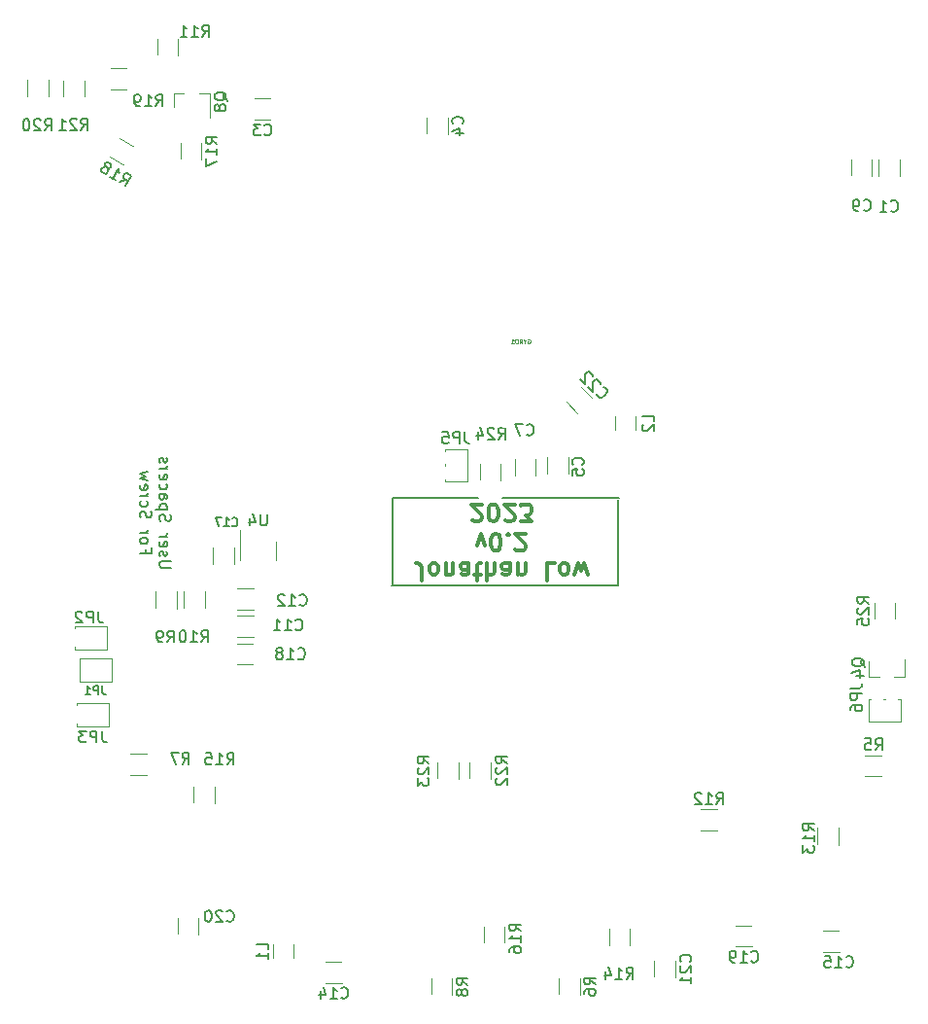
<source format=gbo>
G04 #@! TF.GenerationSoftware,KiCad,Pcbnew,(5.1.12-1-10_14)*
G04 #@! TF.CreationDate,2023-04-25T20:34:31-07:00*
G04 #@! TF.ProjectId,bloo,626c6f6f-2e6b-4696-9361-645f70636258,rev?*
G04 #@! TF.SameCoordinates,Original*
G04 #@! TF.FileFunction,Legend,Bot*
G04 #@! TF.FilePolarity,Positive*
%FSLAX46Y46*%
G04 Gerber Fmt 4.6, Leading zero omitted, Abs format (unit mm)*
G04 Created by KiCad (PCBNEW (5.1.12-1-10_14)) date 2023-04-25 20:34:31*
%MOMM*%
%LPD*%
G01*
G04 APERTURE LIST*
%ADD10C,0.200000*%
%ADD11C,0.300000*%
%ADD12C,0.120000*%
%ADD13C,0.150000*%
%ADD14C,0.093260*%
%ADD15O,2.100000X2.100000*%
%ADD16C,2.600000*%
%ADD17C,2.400000*%
%ADD18C,2.000000*%
%ADD19O,1.400000X1.400000*%
%ADD20C,3.400000*%
%ADD21O,2.000000X2.000000*%
%ADD22C,2.584400*%
%ADD23C,2.200000*%
%ADD24C,1.924000*%
%ADD25C,2.100000*%
G04 APERTURE END LIST*
D10*
X130810619Y-102767804D02*
X130001095Y-102767804D01*
X129905857Y-102720185D01*
X129858238Y-102672566D01*
X129810619Y-102577328D01*
X129810619Y-102386852D01*
X129858238Y-102291614D01*
X129905857Y-102243995D01*
X130001095Y-102196376D01*
X130810619Y-102196376D01*
X129858238Y-101767804D02*
X129810619Y-101672566D01*
X129810619Y-101482090D01*
X129858238Y-101386852D01*
X129953476Y-101339233D01*
X130001095Y-101339233D01*
X130096333Y-101386852D01*
X130143952Y-101482090D01*
X130143952Y-101624947D01*
X130191571Y-101720185D01*
X130286809Y-101767804D01*
X130334428Y-101767804D01*
X130429666Y-101720185D01*
X130477285Y-101624947D01*
X130477285Y-101482090D01*
X130429666Y-101386852D01*
X129858238Y-100529709D02*
X129810619Y-100624947D01*
X129810619Y-100815423D01*
X129858238Y-100910661D01*
X129953476Y-100958280D01*
X130334428Y-100958280D01*
X130429666Y-100910661D01*
X130477285Y-100815423D01*
X130477285Y-100624947D01*
X130429666Y-100529709D01*
X130334428Y-100482090D01*
X130239190Y-100482090D01*
X130143952Y-100958280D01*
X129810619Y-100053519D02*
X130477285Y-100053519D01*
X130286809Y-100053519D02*
X130382047Y-100005900D01*
X130429666Y-99958280D01*
X130477285Y-99863042D01*
X130477285Y-99767804D01*
X129858238Y-98720185D02*
X129810619Y-98577328D01*
X129810619Y-98339233D01*
X129858238Y-98243995D01*
X129905857Y-98196376D01*
X130001095Y-98148757D01*
X130096333Y-98148757D01*
X130191571Y-98196376D01*
X130239190Y-98243995D01*
X130286809Y-98339233D01*
X130334428Y-98529709D01*
X130382047Y-98624947D01*
X130429666Y-98672566D01*
X130524904Y-98720185D01*
X130620142Y-98720185D01*
X130715380Y-98672566D01*
X130763000Y-98624947D01*
X130810619Y-98529709D01*
X130810619Y-98291614D01*
X130763000Y-98148757D01*
X130477285Y-97720185D02*
X129477285Y-97720185D01*
X130429666Y-97720185D02*
X130477285Y-97624947D01*
X130477285Y-97434471D01*
X130429666Y-97339233D01*
X130382047Y-97291614D01*
X130286809Y-97243995D01*
X130001095Y-97243995D01*
X129905857Y-97291614D01*
X129858238Y-97339233D01*
X129810619Y-97434471D01*
X129810619Y-97624947D01*
X129858238Y-97720185D01*
X129810619Y-96386852D02*
X130334428Y-96386852D01*
X130429666Y-96434471D01*
X130477285Y-96529709D01*
X130477285Y-96720185D01*
X130429666Y-96815423D01*
X129858238Y-96386852D02*
X129810619Y-96482090D01*
X129810619Y-96720185D01*
X129858238Y-96815423D01*
X129953476Y-96863042D01*
X130048714Y-96863042D01*
X130143952Y-96815423D01*
X130191571Y-96720185D01*
X130191571Y-96482090D01*
X130239190Y-96386852D01*
X129858238Y-95482090D02*
X129810619Y-95577328D01*
X129810619Y-95767804D01*
X129858238Y-95863042D01*
X129905857Y-95910661D01*
X130001095Y-95958280D01*
X130286809Y-95958280D01*
X130382047Y-95910661D01*
X130429666Y-95863042D01*
X130477285Y-95767804D01*
X130477285Y-95577328D01*
X130429666Y-95482090D01*
X129858238Y-94672566D02*
X129810619Y-94767804D01*
X129810619Y-94958280D01*
X129858238Y-95053519D01*
X129953476Y-95101138D01*
X130334428Y-95101138D01*
X130429666Y-95053519D01*
X130477285Y-94958280D01*
X130477285Y-94767804D01*
X130429666Y-94672566D01*
X130334428Y-94624947D01*
X130239190Y-94624947D01*
X130143952Y-95101138D01*
X129810619Y-94196376D02*
X130477285Y-94196376D01*
X130286809Y-94196376D02*
X130382047Y-94148757D01*
X130429666Y-94101138D01*
X130477285Y-94005900D01*
X130477285Y-93910661D01*
X129858238Y-93624947D02*
X129810619Y-93529709D01*
X129810619Y-93339233D01*
X129858238Y-93243995D01*
X129953476Y-93196376D01*
X130001095Y-93196376D01*
X130096333Y-93243995D01*
X130143952Y-93339233D01*
X130143952Y-93482090D01*
X130191571Y-93577328D01*
X130286809Y-93624947D01*
X130334428Y-93624947D01*
X130429666Y-93577328D01*
X130477285Y-93482090D01*
X130477285Y-93339233D01*
X130429666Y-93243995D01*
X128634428Y-101172566D02*
X128634428Y-101505900D01*
X128110619Y-101505900D02*
X129110619Y-101505900D01*
X129110619Y-101029709D01*
X128110619Y-100505900D02*
X128158238Y-100601138D01*
X128205857Y-100648757D01*
X128301095Y-100696376D01*
X128586809Y-100696376D01*
X128682047Y-100648757D01*
X128729666Y-100601138D01*
X128777285Y-100505900D01*
X128777285Y-100363042D01*
X128729666Y-100267804D01*
X128682047Y-100220185D01*
X128586809Y-100172566D01*
X128301095Y-100172566D01*
X128205857Y-100220185D01*
X128158238Y-100267804D01*
X128110619Y-100363042D01*
X128110619Y-100505900D01*
X128110619Y-99743995D02*
X128777285Y-99743995D01*
X128586809Y-99743995D02*
X128682047Y-99696376D01*
X128729666Y-99648757D01*
X128777285Y-99553519D01*
X128777285Y-99458280D01*
X128158238Y-98410661D02*
X128110619Y-98267804D01*
X128110619Y-98029709D01*
X128158238Y-97934471D01*
X128205857Y-97886852D01*
X128301095Y-97839233D01*
X128396333Y-97839233D01*
X128491571Y-97886852D01*
X128539190Y-97934471D01*
X128586809Y-98029709D01*
X128634428Y-98220185D01*
X128682047Y-98315423D01*
X128729666Y-98363042D01*
X128824904Y-98410661D01*
X128920142Y-98410661D01*
X129015380Y-98363042D01*
X129063000Y-98315423D01*
X129110619Y-98220185D01*
X129110619Y-97982090D01*
X129063000Y-97839233D01*
X128158238Y-96982090D02*
X128110619Y-97077328D01*
X128110619Y-97267804D01*
X128158238Y-97363042D01*
X128205857Y-97410661D01*
X128301095Y-97458280D01*
X128586809Y-97458280D01*
X128682047Y-97410661D01*
X128729666Y-97363042D01*
X128777285Y-97267804D01*
X128777285Y-97077328D01*
X128729666Y-96982090D01*
X128110619Y-96553519D02*
X128777285Y-96553519D01*
X128586809Y-96553519D02*
X128682047Y-96505900D01*
X128729666Y-96458280D01*
X128777285Y-96363042D01*
X128777285Y-96267804D01*
X128158238Y-95553519D02*
X128110619Y-95648757D01*
X128110619Y-95839233D01*
X128158238Y-95934471D01*
X128253476Y-95982090D01*
X128634428Y-95982090D01*
X128729666Y-95934471D01*
X128777285Y-95839233D01*
X128777285Y-95648757D01*
X128729666Y-95553519D01*
X128634428Y-95505900D01*
X128539190Y-95505900D01*
X128443952Y-95982090D01*
X128777285Y-95172566D02*
X128110619Y-94982090D01*
X128586809Y-94791614D01*
X128110619Y-94601138D01*
X128777285Y-94410661D01*
D11*
X152685028Y-103853828D02*
X152685028Y-102782400D01*
X152613600Y-102568114D01*
X152470742Y-102425257D01*
X152256457Y-102353828D01*
X152113600Y-102353828D01*
X153613600Y-102353828D02*
X153470742Y-102425257D01*
X153399314Y-102496685D01*
X153327885Y-102639542D01*
X153327885Y-103068114D01*
X153399314Y-103210971D01*
X153470742Y-103282400D01*
X153613600Y-103353828D01*
X153827885Y-103353828D01*
X153970742Y-103282400D01*
X154042171Y-103210971D01*
X154113600Y-103068114D01*
X154113600Y-102639542D01*
X154042171Y-102496685D01*
X153970742Y-102425257D01*
X153827885Y-102353828D01*
X153613600Y-102353828D01*
X154756457Y-103353828D02*
X154756457Y-102353828D01*
X154756457Y-103210971D02*
X154827885Y-103282400D01*
X154970742Y-103353828D01*
X155185028Y-103353828D01*
X155327885Y-103282400D01*
X155399314Y-103139542D01*
X155399314Y-102353828D01*
X156756457Y-102353828D02*
X156756457Y-103139542D01*
X156685028Y-103282400D01*
X156542171Y-103353828D01*
X156256457Y-103353828D01*
X156113599Y-103282400D01*
X156756457Y-102425257D02*
X156613599Y-102353828D01*
X156256457Y-102353828D01*
X156113599Y-102425257D01*
X156042171Y-102568114D01*
X156042171Y-102710971D01*
X156113599Y-102853828D01*
X156256457Y-102925257D01*
X156613599Y-102925257D01*
X156756457Y-102996685D01*
X157256457Y-103353828D02*
X157827885Y-103353828D01*
X157470742Y-103853828D02*
X157470742Y-102568114D01*
X157542171Y-102425257D01*
X157685028Y-102353828D01*
X157827885Y-102353828D01*
X158327885Y-102353828D02*
X158327885Y-103853828D01*
X158970742Y-102353828D02*
X158970742Y-103139542D01*
X158899314Y-103282400D01*
X158756457Y-103353828D01*
X158542171Y-103353828D01*
X158399314Y-103282400D01*
X158327885Y-103210971D01*
X160327885Y-102353828D02*
X160327885Y-103139542D01*
X160256457Y-103282400D01*
X160113599Y-103353828D01*
X159827885Y-103353828D01*
X159685028Y-103282400D01*
X160327885Y-102425257D02*
X160185028Y-102353828D01*
X159827885Y-102353828D01*
X159685028Y-102425257D01*
X159613599Y-102568114D01*
X159613599Y-102710971D01*
X159685028Y-102853828D01*
X159827885Y-102925257D01*
X160185028Y-102925257D01*
X160327885Y-102996685D01*
X161042171Y-103353828D02*
X161042171Y-102353828D01*
X161042171Y-103210971D02*
X161113599Y-103282400D01*
X161256457Y-103353828D01*
X161470742Y-103353828D01*
X161613599Y-103282400D01*
X161685028Y-103139542D01*
X161685028Y-102353828D01*
X164256457Y-102353828D02*
X163542171Y-102353828D01*
X163542171Y-103853828D01*
X164970742Y-102353828D02*
X164827885Y-102425257D01*
X164756457Y-102496685D01*
X164685028Y-102639542D01*
X164685028Y-103068114D01*
X164756457Y-103210971D01*
X164827885Y-103282400D01*
X164970742Y-103353828D01*
X165185028Y-103353828D01*
X165327885Y-103282400D01*
X165399314Y-103210971D01*
X165470742Y-103068114D01*
X165470742Y-102639542D01*
X165399314Y-102496685D01*
X165327885Y-102425257D01*
X165185028Y-102353828D01*
X164970742Y-102353828D01*
X165970742Y-103353828D02*
X166256457Y-102353828D01*
X166542171Y-103068114D01*
X166827885Y-102353828D01*
X167113599Y-103353828D01*
X157470742Y-100803828D02*
X157827885Y-99803828D01*
X158185028Y-100803828D01*
X159042171Y-101303828D02*
X159185028Y-101303828D01*
X159327885Y-101232400D01*
X159399314Y-101160971D01*
X159470742Y-101018114D01*
X159542171Y-100732400D01*
X159542171Y-100375257D01*
X159470742Y-100089542D01*
X159399314Y-99946685D01*
X159327885Y-99875257D01*
X159185028Y-99803828D01*
X159042171Y-99803828D01*
X158899314Y-99875257D01*
X158827885Y-99946685D01*
X158756457Y-100089542D01*
X158685028Y-100375257D01*
X158685028Y-100732400D01*
X158756457Y-101018114D01*
X158827885Y-101160971D01*
X158899314Y-101232400D01*
X159042171Y-101303828D01*
X160185028Y-99946685D02*
X160256457Y-99875257D01*
X160185028Y-99803828D01*
X160113600Y-99875257D01*
X160185028Y-99946685D01*
X160185028Y-99803828D01*
X160827885Y-101160971D02*
X160899314Y-101232400D01*
X161042171Y-101303828D01*
X161399314Y-101303828D01*
X161542171Y-101232400D01*
X161613600Y-101160971D01*
X161685028Y-101018114D01*
X161685028Y-100875257D01*
X161613600Y-100660971D01*
X160756457Y-99803828D01*
X161685028Y-99803828D01*
X157042171Y-98610971D02*
X157113600Y-98682400D01*
X157256457Y-98753828D01*
X157613600Y-98753828D01*
X157756457Y-98682400D01*
X157827885Y-98610971D01*
X157899314Y-98468114D01*
X157899314Y-98325257D01*
X157827885Y-98110971D01*
X156970742Y-97253828D01*
X157899314Y-97253828D01*
X158827885Y-98753828D02*
X158970742Y-98753828D01*
X159113600Y-98682400D01*
X159185028Y-98610971D01*
X159256457Y-98468114D01*
X159327885Y-98182400D01*
X159327885Y-97825257D01*
X159256457Y-97539542D01*
X159185028Y-97396685D01*
X159113600Y-97325257D01*
X158970742Y-97253828D01*
X158827885Y-97253828D01*
X158685028Y-97325257D01*
X158613600Y-97396685D01*
X158542171Y-97539542D01*
X158470742Y-97825257D01*
X158470742Y-98182400D01*
X158542171Y-98468114D01*
X158613600Y-98610971D01*
X158685028Y-98682400D01*
X158827885Y-98753828D01*
X159899314Y-98610971D02*
X159970742Y-98682400D01*
X160113600Y-98753828D01*
X160470742Y-98753828D01*
X160613600Y-98682400D01*
X160685028Y-98610971D01*
X160756457Y-98468114D01*
X160756457Y-98325257D01*
X160685028Y-98110971D01*
X159827885Y-97253828D01*
X160756457Y-97253828D01*
X161256457Y-98753828D02*
X162185028Y-98753828D01*
X161685028Y-98182400D01*
X161899314Y-98182400D01*
X162042171Y-98110971D01*
X162113600Y-98039542D01*
X162185028Y-97896685D01*
X162185028Y-97539542D01*
X162113600Y-97396685D01*
X162042171Y-97325257D01*
X161899314Y-97253828D01*
X161470742Y-97253828D01*
X161327885Y-97325257D01*
X161256457Y-97396685D01*
D10*
X150088600Y-104292400D02*
X150088600Y-96672400D01*
X169773600Y-104292400D02*
X150073360Y-104292400D01*
X169773600Y-96827340D02*
X169773600Y-104292400D01*
X150088600Y-96672400D02*
X169809160Y-96659700D01*
D12*
X126990464Y-61133400D02*
X125536336Y-61133400D01*
X126990464Y-59313400D02*
X125536336Y-59313400D01*
X118317600Y-60309136D02*
X118317600Y-61763264D01*
X120137600Y-60309136D02*
X120137600Y-61763264D01*
X123261800Y-60333936D02*
X123261800Y-61788064D01*
X121441800Y-60333936D02*
X121441800Y-61788064D01*
X138074348Y-61929600D02*
X139496852Y-61929600D01*
X138074348Y-63749600D02*
X139496852Y-63749600D01*
X153090200Y-64998652D02*
X153090200Y-63576148D01*
X154910200Y-64998652D02*
X154910200Y-63576148D01*
X122882200Y-112683800D02*
X125682200Y-112683800D01*
X125682200Y-112683800D02*
X125682200Y-110683800D01*
X125682200Y-110683800D02*
X122882200Y-110683800D01*
X122882200Y-110683800D02*
X122882200Y-112683800D01*
X125225000Y-107889800D02*
X122425000Y-107889800D01*
X122425000Y-107889800D02*
X122425000Y-109889800D01*
X122425000Y-109889800D02*
X125225000Y-109889800D01*
X125225000Y-109889800D02*
X125225000Y-107889800D01*
X125377400Y-116570000D02*
X125377400Y-114570000D01*
X122577400Y-116570000D02*
X125377400Y-116570000D01*
X122577400Y-114570000D02*
X122577400Y-116570000D01*
X125377400Y-114570000D02*
X122577400Y-114570000D01*
X192751064Y-119105000D02*
X191296936Y-119105000D01*
X192751064Y-120925000D02*
X191296936Y-120925000D01*
X166441800Y-139944464D02*
X166441800Y-138490336D01*
X164621800Y-139944464D02*
X164621800Y-138490336D01*
X127288936Y-120823400D02*
X128743064Y-120823400D01*
X127288936Y-119003400D02*
X128743064Y-119003400D01*
X153496600Y-139969864D02*
X153496600Y-138515736D01*
X155316600Y-139969864D02*
X155316600Y-138515736D01*
X131288200Y-106314864D02*
X131288200Y-104860736D01*
X129468200Y-106314864D02*
X129468200Y-104860736D01*
X131932000Y-106289464D02*
X131932000Y-104835336D01*
X133752000Y-106289464D02*
X133752000Y-104835336D01*
X131415200Y-58181864D02*
X131415200Y-56727736D01*
X129595200Y-58181864D02*
X129595200Y-56727736D01*
X187126200Y-126888864D02*
X187126200Y-125434736D01*
X188946200Y-126888864D02*
X188946200Y-125434736D01*
X170785200Y-134223136D02*
X170785200Y-135677264D01*
X168965200Y-134223136D02*
X168965200Y-135677264D01*
X134615600Y-121827936D02*
X134615600Y-123282064D01*
X132795600Y-121827936D02*
X132795600Y-123282064D01*
X159863200Y-133994536D02*
X159863200Y-135448664D01*
X158043200Y-133994536D02*
X158043200Y-135448664D01*
X133472600Y-67249664D02*
X133472600Y-65795536D01*
X131652600Y-67249664D02*
X131652600Y-65795536D01*
X126717456Y-67699615D02*
X125458144Y-66972551D01*
X127627456Y-66123449D02*
X126368144Y-65396385D01*
X156824000Y-119719736D02*
X156824000Y-121173864D01*
X158644000Y-119719736D02*
X158644000Y-121173864D01*
X154030000Y-121173864D02*
X154030000Y-119719736D01*
X155850000Y-121173864D02*
X155850000Y-119719736D01*
X191867200Y-67259148D02*
X191867200Y-68681652D01*
X190047200Y-67259148D02*
X190047200Y-68681652D01*
X136601148Y-106963800D02*
X138023652Y-106963800D01*
X136601148Y-108783800D02*
X138023652Y-108783800D01*
X136601148Y-106421600D02*
X138023652Y-106421600D01*
X136601148Y-104601600D02*
X138023652Y-104601600D01*
X136844600Y-101295200D02*
X136844600Y-99495200D01*
X136844600Y-101295200D02*
X136844600Y-102095200D01*
X139964600Y-101295200D02*
X139964600Y-100495200D01*
X139964600Y-101295200D02*
X139964600Y-102095200D01*
X134497400Y-101028848D02*
X134497400Y-102451352D01*
X136317400Y-101028848D02*
X136317400Y-102451352D01*
X136575748Y-109376800D02*
X137998252Y-109376800D01*
X136575748Y-111196800D02*
X137998252Y-111196800D01*
X180009748Y-135733200D02*
X181432252Y-135733200D01*
X180009748Y-133913200D02*
X181432252Y-133913200D01*
X178425464Y-123829400D02*
X176971336Y-123829400D01*
X178425464Y-125649400D02*
X176971336Y-125649400D01*
X192485600Y-68681652D02*
X192485600Y-67259148D01*
X194305600Y-68681652D02*
X194305600Y-67259148D01*
X139704400Y-135567336D02*
X139704400Y-136771464D01*
X141524400Y-135567336D02*
X141524400Y-136771464D01*
X144284248Y-138908200D02*
X145706752Y-138908200D01*
X144284248Y-137088200D02*
X145706752Y-137088200D01*
X189052252Y-136215800D02*
X187629748Y-136215800D01*
X189052252Y-134395800D02*
X187629748Y-134395800D01*
X133218600Y-134721652D02*
X133218600Y-133299148D01*
X131398600Y-134721652D02*
X131398600Y-133299148D01*
X172927600Y-138430052D02*
X172927600Y-137007548D01*
X174747600Y-138430052D02*
X174747600Y-137007548D01*
X131058800Y-61444600D02*
X131988800Y-61444600D01*
X134218800Y-61444600D02*
X133288800Y-61444600D01*
X134218800Y-61444600D02*
X134218800Y-63604600D01*
X131058800Y-61444600D02*
X131058800Y-62904600D01*
X163593100Y-93179848D02*
X163593100Y-94602352D01*
X165413100Y-93179848D02*
X165413100Y-94602352D01*
X160786400Y-94767452D02*
X160786400Y-93344948D01*
X162606400Y-94767452D02*
X162606400Y-93344948D01*
X166242564Y-89360598D02*
X165236702Y-88354736D01*
X167529498Y-88073664D02*
X166523636Y-87067802D01*
X157713000Y-95189664D02*
X157713000Y-93735536D01*
X159533000Y-95189664D02*
X159533000Y-93735536D01*
X156651200Y-95278400D02*
X156651200Y-92478400D01*
X156651200Y-92478400D02*
X154651200Y-92478400D01*
X154651200Y-92478400D02*
X154651200Y-95278400D01*
X154651200Y-95278400D02*
X156651200Y-95278400D01*
X171305900Y-89606036D02*
X171305900Y-90810164D01*
X169485900Y-89606036D02*
X169485900Y-90810164D01*
X194414600Y-114189000D02*
X191614600Y-114189000D01*
X191614600Y-114189000D02*
X191614600Y-116189000D01*
X191614600Y-116189000D02*
X194414600Y-116189000D01*
X194414600Y-116189000D02*
X194414600Y-114189000D01*
X194772400Y-112240600D02*
X194772400Y-110780600D01*
X191612400Y-112240600D02*
X191612400Y-110080600D01*
X191612400Y-112240600D02*
X192542400Y-112240600D01*
X194772400Y-112240600D02*
X193842400Y-112240600D01*
X193899200Y-105800536D02*
X193899200Y-107254664D01*
X192079200Y-105800536D02*
X192079200Y-107254664D01*
D13*
X129497057Y-62580780D02*
X129830390Y-62104590D01*
X130068485Y-62580780D02*
X130068485Y-61580780D01*
X129687533Y-61580780D01*
X129592295Y-61628400D01*
X129544676Y-61676019D01*
X129497057Y-61771257D01*
X129497057Y-61914114D01*
X129544676Y-62009352D01*
X129592295Y-62056971D01*
X129687533Y-62104590D01*
X130068485Y-62104590D01*
X128544676Y-62580780D02*
X129116104Y-62580780D01*
X128830390Y-62580780D02*
X128830390Y-61580780D01*
X128925628Y-61723638D01*
X129020866Y-61818876D01*
X129116104Y-61866495D01*
X128068485Y-62580780D02*
X127878009Y-62580780D01*
X127782771Y-62533161D01*
X127735152Y-62485542D01*
X127639914Y-62342685D01*
X127592295Y-62152209D01*
X127592295Y-61771257D01*
X127639914Y-61676019D01*
X127687533Y-61628400D01*
X127782771Y-61580780D01*
X127973247Y-61580780D01*
X128068485Y-61628400D01*
X128116104Y-61676019D01*
X128163723Y-61771257D01*
X128163723Y-62009352D01*
X128116104Y-62104590D01*
X128068485Y-62152209D01*
X127973247Y-62199828D01*
X127782771Y-62199828D01*
X127687533Y-62152209D01*
X127639914Y-62104590D01*
X127592295Y-62009352D01*
X119819657Y-64714380D02*
X120152990Y-64238190D01*
X120391085Y-64714380D02*
X120391085Y-63714380D01*
X120010133Y-63714380D01*
X119914895Y-63762000D01*
X119867276Y-63809619D01*
X119819657Y-63904857D01*
X119819657Y-64047714D01*
X119867276Y-64142952D01*
X119914895Y-64190571D01*
X120010133Y-64238190D01*
X120391085Y-64238190D01*
X119438704Y-63809619D02*
X119391085Y-63762000D01*
X119295847Y-63714380D01*
X119057752Y-63714380D01*
X118962514Y-63762000D01*
X118914895Y-63809619D01*
X118867276Y-63904857D01*
X118867276Y-64000095D01*
X118914895Y-64142952D01*
X119486323Y-64714380D01*
X118867276Y-64714380D01*
X118248228Y-63714380D02*
X118152990Y-63714380D01*
X118057752Y-63762000D01*
X118010133Y-63809619D01*
X117962514Y-63904857D01*
X117914895Y-64095333D01*
X117914895Y-64333428D01*
X117962514Y-64523904D01*
X118010133Y-64619142D01*
X118057752Y-64666761D01*
X118152990Y-64714380D01*
X118248228Y-64714380D01*
X118343466Y-64666761D01*
X118391085Y-64619142D01*
X118438704Y-64523904D01*
X118486323Y-64333428D01*
X118486323Y-64095333D01*
X118438704Y-63904857D01*
X118391085Y-63809619D01*
X118343466Y-63762000D01*
X118248228Y-63714380D01*
X122969257Y-64663580D02*
X123302590Y-64187390D01*
X123540685Y-64663580D02*
X123540685Y-63663580D01*
X123159733Y-63663580D01*
X123064495Y-63711200D01*
X123016876Y-63758819D01*
X122969257Y-63854057D01*
X122969257Y-63996914D01*
X123016876Y-64092152D01*
X123064495Y-64139771D01*
X123159733Y-64187390D01*
X123540685Y-64187390D01*
X122588304Y-63758819D02*
X122540685Y-63711200D01*
X122445447Y-63663580D01*
X122207352Y-63663580D01*
X122112114Y-63711200D01*
X122064495Y-63758819D01*
X122016876Y-63854057D01*
X122016876Y-63949295D01*
X122064495Y-64092152D01*
X122635923Y-64663580D01*
X122016876Y-64663580D01*
X121064495Y-64663580D02*
X121635923Y-64663580D01*
X121350209Y-64663580D02*
X121350209Y-63663580D01*
X121445447Y-63806438D01*
X121540685Y-63901676D01*
X121635923Y-63949295D01*
X138952266Y-65046742D02*
X138999885Y-65094361D01*
X139142742Y-65141980D01*
X139237980Y-65141980D01*
X139380838Y-65094361D01*
X139476076Y-64999123D01*
X139523695Y-64903885D01*
X139571314Y-64713409D01*
X139571314Y-64570552D01*
X139523695Y-64380076D01*
X139476076Y-64284838D01*
X139380838Y-64189600D01*
X139237980Y-64141980D01*
X139142742Y-64141980D01*
X138999885Y-64189600D01*
X138952266Y-64237219D01*
X138618933Y-64141980D02*
X137999885Y-64141980D01*
X138333219Y-64522933D01*
X138190361Y-64522933D01*
X138095123Y-64570552D01*
X138047504Y-64618171D01*
X137999885Y-64713409D01*
X137999885Y-64951504D01*
X138047504Y-65046742D01*
X138095123Y-65094361D01*
X138190361Y-65141980D01*
X138476076Y-65141980D01*
X138571314Y-65094361D01*
X138618933Y-65046742D01*
X156207342Y-64120733D02*
X156254961Y-64073114D01*
X156302580Y-63930257D01*
X156302580Y-63835019D01*
X156254961Y-63692161D01*
X156159723Y-63596923D01*
X156064485Y-63549304D01*
X155874009Y-63501685D01*
X155731152Y-63501685D01*
X155540676Y-63549304D01*
X155445438Y-63596923D01*
X155350200Y-63692161D01*
X155302580Y-63835019D01*
X155302580Y-63930257D01*
X155350200Y-64073114D01*
X155397819Y-64120733D01*
X155635914Y-64977876D02*
X156302580Y-64977876D01*
X155254961Y-64739780D02*
X155969247Y-64501685D01*
X155969247Y-65120733D01*
X124831000Y-113076485D02*
X124831000Y-113612200D01*
X124866714Y-113719342D01*
X124938142Y-113790771D01*
X125045285Y-113826485D01*
X125116714Y-113826485D01*
X124473857Y-113826485D02*
X124473857Y-113076485D01*
X124188142Y-113076485D01*
X124116714Y-113112200D01*
X124081000Y-113147914D01*
X124045285Y-113219342D01*
X124045285Y-113326485D01*
X124081000Y-113397914D01*
X124116714Y-113433628D01*
X124188142Y-113469342D01*
X124473857Y-113469342D01*
X123331000Y-113826485D02*
X123759571Y-113826485D01*
X123545285Y-113826485D02*
X123545285Y-113076485D01*
X123616714Y-113183628D01*
X123688142Y-113255057D01*
X123759571Y-113290771D01*
X124480533Y-106564180D02*
X124480533Y-107278466D01*
X124528152Y-107421323D01*
X124623390Y-107516561D01*
X124766247Y-107564180D01*
X124861485Y-107564180D01*
X124004342Y-107564180D02*
X124004342Y-106564180D01*
X123623390Y-106564180D01*
X123528152Y-106611800D01*
X123480533Y-106659419D01*
X123432914Y-106754657D01*
X123432914Y-106897514D01*
X123480533Y-106992752D01*
X123528152Y-107040371D01*
X123623390Y-107087990D01*
X124004342Y-107087990D01*
X123051961Y-106659419D02*
X123004342Y-106611800D01*
X122909104Y-106564180D01*
X122671009Y-106564180D01*
X122575771Y-106611800D01*
X122528152Y-106659419D01*
X122480533Y-106754657D01*
X122480533Y-106849895D01*
X122528152Y-106992752D01*
X123099580Y-107564180D01*
X122480533Y-107564180D01*
X124810733Y-116978180D02*
X124810733Y-117692466D01*
X124858352Y-117835323D01*
X124953590Y-117930561D01*
X125096447Y-117978180D01*
X125191685Y-117978180D01*
X124334542Y-117978180D02*
X124334542Y-116978180D01*
X123953590Y-116978180D01*
X123858352Y-117025800D01*
X123810733Y-117073419D01*
X123763114Y-117168657D01*
X123763114Y-117311514D01*
X123810733Y-117406752D01*
X123858352Y-117454371D01*
X123953590Y-117501990D01*
X124334542Y-117501990D01*
X123429780Y-116978180D02*
X122810733Y-116978180D01*
X123144066Y-117359133D01*
X123001209Y-117359133D01*
X122905971Y-117406752D01*
X122858352Y-117454371D01*
X122810733Y-117549609D01*
X122810733Y-117787704D01*
X122858352Y-117882942D01*
X122905971Y-117930561D01*
X123001209Y-117978180D01*
X123286923Y-117978180D01*
X123382161Y-117930561D01*
X123429780Y-117882942D01*
X192190666Y-118647380D02*
X192524000Y-118171190D01*
X192762095Y-118647380D02*
X192762095Y-117647380D01*
X192381142Y-117647380D01*
X192285904Y-117695000D01*
X192238285Y-117742619D01*
X192190666Y-117837857D01*
X192190666Y-117980714D01*
X192238285Y-118075952D01*
X192285904Y-118123571D01*
X192381142Y-118171190D01*
X192762095Y-118171190D01*
X191285904Y-117647380D02*
X191762095Y-117647380D01*
X191809714Y-118123571D01*
X191762095Y-118075952D01*
X191666857Y-118028333D01*
X191428761Y-118028333D01*
X191333523Y-118075952D01*
X191285904Y-118123571D01*
X191238285Y-118218809D01*
X191238285Y-118456904D01*
X191285904Y-118552142D01*
X191333523Y-118599761D01*
X191428761Y-118647380D01*
X191666857Y-118647380D01*
X191762095Y-118599761D01*
X191809714Y-118552142D01*
X167804180Y-139050733D02*
X167327990Y-138717400D01*
X167804180Y-138479304D02*
X166804180Y-138479304D01*
X166804180Y-138860257D01*
X166851800Y-138955495D01*
X166899419Y-139003114D01*
X166994657Y-139050733D01*
X167137514Y-139050733D01*
X167232752Y-139003114D01*
X167280371Y-138955495D01*
X167327990Y-138860257D01*
X167327990Y-138479304D01*
X166804180Y-139907876D02*
X166804180Y-139717400D01*
X166851800Y-139622161D01*
X166899419Y-139574542D01*
X167042276Y-139479304D01*
X167232752Y-139431685D01*
X167613704Y-139431685D01*
X167708942Y-139479304D01*
X167756561Y-139526923D01*
X167804180Y-139622161D01*
X167804180Y-139812638D01*
X167756561Y-139907876D01*
X167708942Y-139955495D01*
X167613704Y-140003114D01*
X167375609Y-140003114D01*
X167280371Y-139955495D01*
X167232752Y-139907876D01*
X167185133Y-139812638D01*
X167185133Y-139622161D01*
X167232752Y-139526923D01*
X167280371Y-139479304D01*
X167375609Y-139431685D01*
X131789466Y-119857780D02*
X132122800Y-119381590D01*
X132360895Y-119857780D02*
X132360895Y-118857780D01*
X131979942Y-118857780D01*
X131884704Y-118905400D01*
X131837085Y-118953019D01*
X131789466Y-119048257D01*
X131789466Y-119191114D01*
X131837085Y-119286352D01*
X131884704Y-119333971D01*
X131979942Y-119381590D01*
X132360895Y-119381590D01*
X131456133Y-118857780D02*
X130789466Y-118857780D01*
X131218038Y-119857780D01*
X156678980Y-139076133D02*
X156202790Y-138742800D01*
X156678980Y-138504704D02*
X155678980Y-138504704D01*
X155678980Y-138885657D01*
X155726600Y-138980895D01*
X155774219Y-139028514D01*
X155869457Y-139076133D01*
X156012314Y-139076133D01*
X156107552Y-139028514D01*
X156155171Y-138980895D01*
X156202790Y-138885657D01*
X156202790Y-138504704D01*
X156107552Y-139647561D02*
X156059933Y-139552323D01*
X156012314Y-139504704D01*
X155917076Y-139457085D01*
X155869457Y-139457085D01*
X155774219Y-139504704D01*
X155726600Y-139552323D01*
X155678980Y-139647561D01*
X155678980Y-139838038D01*
X155726600Y-139933276D01*
X155774219Y-139980895D01*
X155869457Y-140028514D01*
X155917076Y-140028514D01*
X156012314Y-139980895D01*
X156059933Y-139933276D01*
X156107552Y-139838038D01*
X156107552Y-139647561D01*
X156155171Y-139552323D01*
X156202790Y-139504704D01*
X156298028Y-139457085D01*
X156488504Y-139457085D01*
X156583742Y-139504704D01*
X156631361Y-139552323D01*
X156678980Y-139647561D01*
X156678980Y-139838038D01*
X156631361Y-139933276D01*
X156583742Y-139980895D01*
X156488504Y-140028514D01*
X156298028Y-140028514D01*
X156202790Y-139980895D01*
X156155171Y-139933276D01*
X156107552Y-139838038D01*
X130494066Y-109265980D02*
X130827400Y-108789790D01*
X131065495Y-109265980D02*
X131065495Y-108265980D01*
X130684542Y-108265980D01*
X130589304Y-108313600D01*
X130541685Y-108361219D01*
X130494066Y-108456457D01*
X130494066Y-108599314D01*
X130541685Y-108694552D01*
X130589304Y-108742171D01*
X130684542Y-108789790D01*
X131065495Y-108789790D01*
X130017876Y-109265980D02*
X129827400Y-109265980D01*
X129732161Y-109218361D01*
X129684542Y-109170742D01*
X129589304Y-109027885D01*
X129541685Y-108837409D01*
X129541685Y-108456457D01*
X129589304Y-108361219D01*
X129636923Y-108313600D01*
X129732161Y-108265980D01*
X129922638Y-108265980D01*
X130017876Y-108313600D01*
X130065495Y-108361219D01*
X130113114Y-108456457D01*
X130113114Y-108694552D01*
X130065495Y-108789790D01*
X130017876Y-108837409D01*
X129922638Y-108885028D01*
X129732161Y-108885028D01*
X129636923Y-108837409D01*
X129589304Y-108789790D01*
X129541685Y-108694552D01*
X133459457Y-109240580D02*
X133792790Y-108764390D01*
X134030885Y-109240580D02*
X134030885Y-108240580D01*
X133649933Y-108240580D01*
X133554695Y-108288200D01*
X133507076Y-108335819D01*
X133459457Y-108431057D01*
X133459457Y-108573914D01*
X133507076Y-108669152D01*
X133554695Y-108716771D01*
X133649933Y-108764390D01*
X134030885Y-108764390D01*
X132507076Y-109240580D02*
X133078504Y-109240580D01*
X132792790Y-109240580D02*
X132792790Y-108240580D01*
X132888028Y-108383438D01*
X132983266Y-108478676D01*
X133078504Y-108526295D01*
X131888028Y-108240580D02*
X131792790Y-108240580D01*
X131697552Y-108288200D01*
X131649933Y-108335819D01*
X131602314Y-108431057D01*
X131554695Y-108621533D01*
X131554695Y-108859628D01*
X131602314Y-109050104D01*
X131649933Y-109145342D01*
X131697552Y-109192961D01*
X131792790Y-109240580D01*
X131888028Y-109240580D01*
X131983266Y-109192961D01*
X132030885Y-109145342D01*
X132078504Y-109050104D01*
X132126123Y-108859628D01*
X132126123Y-108621533D01*
X132078504Y-108431057D01*
X132030885Y-108335819D01*
X131983266Y-108288200D01*
X131888028Y-108240580D01*
X133535657Y-56535580D02*
X133868990Y-56059390D01*
X134107085Y-56535580D02*
X134107085Y-55535580D01*
X133726133Y-55535580D01*
X133630895Y-55583200D01*
X133583276Y-55630819D01*
X133535657Y-55726057D01*
X133535657Y-55868914D01*
X133583276Y-55964152D01*
X133630895Y-56011771D01*
X133726133Y-56059390D01*
X134107085Y-56059390D01*
X132583276Y-56535580D02*
X133154704Y-56535580D01*
X132868990Y-56535580D02*
X132868990Y-55535580D01*
X132964228Y-55678438D01*
X133059466Y-55773676D01*
X133154704Y-55821295D01*
X131630895Y-56535580D02*
X132202323Y-56535580D01*
X131916609Y-56535580D02*
X131916609Y-55535580D01*
X132011847Y-55678438D01*
X132107085Y-55773676D01*
X132202323Y-55821295D01*
X186862980Y-125671342D02*
X186386790Y-125338009D01*
X186862980Y-125099914D02*
X185862980Y-125099914D01*
X185862980Y-125480866D01*
X185910600Y-125576104D01*
X185958219Y-125623723D01*
X186053457Y-125671342D01*
X186196314Y-125671342D01*
X186291552Y-125623723D01*
X186339171Y-125576104D01*
X186386790Y-125480866D01*
X186386790Y-125099914D01*
X186862980Y-126623723D02*
X186862980Y-126052295D01*
X186862980Y-126338009D02*
X185862980Y-126338009D01*
X186005838Y-126242771D01*
X186101076Y-126147533D01*
X186148695Y-126052295D01*
X185862980Y-126957057D02*
X185862980Y-127576104D01*
X186243933Y-127242771D01*
X186243933Y-127385628D01*
X186291552Y-127480866D01*
X186339171Y-127528485D01*
X186434409Y-127576104D01*
X186672504Y-127576104D01*
X186767742Y-127528485D01*
X186815361Y-127480866D01*
X186862980Y-127385628D01*
X186862980Y-127099914D01*
X186815361Y-127004676D01*
X186767742Y-126957057D01*
X170492657Y-138577580D02*
X170825990Y-138101390D01*
X171064085Y-138577580D02*
X171064085Y-137577580D01*
X170683133Y-137577580D01*
X170587895Y-137625200D01*
X170540276Y-137672819D01*
X170492657Y-137768057D01*
X170492657Y-137910914D01*
X170540276Y-138006152D01*
X170587895Y-138053771D01*
X170683133Y-138101390D01*
X171064085Y-138101390D01*
X169540276Y-138577580D02*
X170111704Y-138577580D01*
X169825990Y-138577580D02*
X169825990Y-137577580D01*
X169921228Y-137720438D01*
X170016466Y-137815676D01*
X170111704Y-137863295D01*
X168683133Y-137910914D02*
X168683133Y-138577580D01*
X168921228Y-137529961D02*
X169159323Y-138244247D01*
X168540276Y-138244247D01*
X135694657Y-119908580D02*
X136027990Y-119432390D01*
X136266085Y-119908580D02*
X136266085Y-118908580D01*
X135885133Y-118908580D01*
X135789895Y-118956200D01*
X135742276Y-119003819D01*
X135694657Y-119099057D01*
X135694657Y-119241914D01*
X135742276Y-119337152D01*
X135789895Y-119384771D01*
X135885133Y-119432390D01*
X136266085Y-119432390D01*
X134742276Y-119908580D02*
X135313704Y-119908580D01*
X135027990Y-119908580D02*
X135027990Y-118908580D01*
X135123228Y-119051438D01*
X135218466Y-119146676D01*
X135313704Y-119194295D01*
X133837514Y-118908580D02*
X134313704Y-118908580D01*
X134361323Y-119384771D01*
X134313704Y-119337152D01*
X134218466Y-119289533D01*
X133980371Y-119289533D01*
X133885133Y-119337152D01*
X133837514Y-119384771D01*
X133789895Y-119480009D01*
X133789895Y-119718104D01*
X133837514Y-119813342D01*
X133885133Y-119860961D01*
X133980371Y-119908580D01*
X134218466Y-119908580D01*
X134313704Y-119860961D01*
X134361323Y-119813342D01*
X161310580Y-134408942D02*
X160834390Y-134075609D01*
X161310580Y-133837514D02*
X160310580Y-133837514D01*
X160310580Y-134218466D01*
X160358200Y-134313704D01*
X160405819Y-134361323D01*
X160501057Y-134408942D01*
X160643914Y-134408942D01*
X160739152Y-134361323D01*
X160786771Y-134313704D01*
X160834390Y-134218466D01*
X160834390Y-133837514D01*
X161310580Y-135361323D02*
X161310580Y-134789895D01*
X161310580Y-135075609D02*
X160310580Y-135075609D01*
X160453438Y-134980371D01*
X160548676Y-134885133D01*
X160596295Y-134789895D01*
X160310580Y-136218466D02*
X160310580Y-136027990D01*
X160358200Y-135932752D01*
X160405819Y-135885133D01*
X160548676Y-135789895D01*
X160739152Y-135742276D01*
X161120104Y-135742276D01*
X161215342Y-135789895D01*
X161262961Y-135837514D01*
X161310580Y-135932752D01*
X161310580Y-136123228D01*
X161262961Y-136218466D01*
X161215342Y-136266085D01*
X161120104Y-136313704D01*
X160882009Y-136313704D01*
X160786771Y-136266085D01*
X160739152Y-136218466D01*
X160691533Y-136123228D01*
X160691533Y-135932752D01*
X160739152Y-135837514D01*
X160786771Y-135789895D01*
X160882009Y-135742276D01*
X134834980Y-65879742D02*
X134358790Y-65546409D01*
X134834980Y-65308314D02*
X133834980Y-65308314D01*
X133834980Y-65689266D01*
X133882600Y-65784504D01*
X133930219Y-65832123D01*
X134025457Y-65879742D01*
X134168314Y-65879742D01*
X134263552Y-65832123D01*
X134311171Y-65784504D01*
X134358790Y-65689266D01*
X134358790Y-65308314D01*
X134834980Y-66832123D02*
X134834980Y-66260695D01*
X134834980Y-66546409D02*
X133834980Y-66546409D01*
X133977838Y-66451171D01*
X134073076Y-66355933D01*
X134120695Y-66260695D01*
X133834980Y-67165457D02*
X133834980Y-67832123D01*
X134834980Y-67403552D01*
X126314540Y-69217001D02*
X126841310Y-68971275D01*
X126809411Y-69502716D02*
X127309411Y-68636690D01*
X126979497Y-68446214D01*
X126873209Y-68439834D01*
X126808160Y-68457264D01*
X126719302Y-68515933D01*
X126647873Y-68639651D01*
X126641493Y-68745939D01*
X126658923Y-68810988D01*
X126717592Y-68899847D01*
X127047507Y-69090323D01*
X125489754Y-68740811D02*
X125984625Y-69026525D01*
X125737189Y-68883668D02*
X126237189Y-68017643D01*
X126248239Y-68188980D01*
X126283099Y-68319077D01*
X126341768Y-68407936D01*
X125280596Y-67960225D02*
X125386884Y-67966605D01*
X125451933Y-67949175D01*
X125540791Y-67890506D01*
X125564601Y-67849267D01*
X125570981Y-67742978D01*
X125553551Y-67677930D01*
X125494882Y-67589071D01*
X125329925Y-67493833D01*
X125223637Y-67487453D01*
X125158588Y-67504883D01*
X125069729Y-67563552D01*
X125045920Y-67604792D01*
X125039540Y-67711080D01*
X125056970Y-67776129D01*
X125115639Y-67864987D01*
X125280596Y-67960225D01*
X125339265Y-68049083D01*
X125356695Y-68114132D01*
X125350315Y-68220420D01*
X125255077Y-68385378D01*
X125166219Y-68444047D01*
X125101170Y-68461476D01*
X124994882Y-68455097D01*
X124829925Y-68359859D01*
X124771256Y-68271000D01*
X124753826Y-68205951D01*
X124760206Y-68099663D01*
X124855444Y-67934706D01*
X124944302Y-67876037D01*
X125009351Y-67858607D01*
X125115639Y-67864987D01*
X160091380Y-119778542D02*
X159615190Y-119445209D01*
X160091380Y-119207114D02*
X159091380Y-119207114D01*
X159091380Y-119588066D01*
X159139000Y-119683304D01*
X159186619Y-119730923D01*
X159281857Y-119778542D01*
X159424714Y-119778542D01*
X159519952Y-119730923D01*
X159567571Y-119683304D01*
X159615190Y-119588066D01*
X159615190Y-119207114D01*
X159186619Y-120159495D02*
X159139000Y-120207114D01*
X159091380Y-120302352D01*
X159091380Y-120540447D01*
X159139000Y-120635685D01*
X159186619Y-120683304D01*
X159281857Y-120730923D01*
X159377095Y-120730923D01*
X159519952Y-120683304D01*
X160091380Y-120111876D01*
X160091380Y-120730923D01*
X159186619Y-121111876D02*
X159139000Y-121159495D01*
X159091380Y-121254733D01*
X159091380Y-121492828D01*
X159139000Y-121588066D01*
X159186619Y-121635685D01*
X159281857Y-121683304D01*
X159377095Y-121683304D01*
X159519952Y-121635685D01*
X160091380Y-121064257D01*
X160091380Y-121683304D01*
X153284180Y-119829342D02*
X152807990Y-119496009D01*
X153284180Y-119257914D02*
X152284180Y-119257914D01*
X152284180Y-119638866D01*
X152331800Y-119734104D01*
X152379419Y-119781723D01*
X152474657Y-119829342D01*
X152617514Y-119829342D01*
X152712752Y-119781723D01*
X152760371Y-119734104D01*
X152807990Y-119638866D01*
X152807990Y-119257914D01*
X152379419Y-120210295D02*
X152331800Y-120257914D01*
X152284180Y-120353152D01*
X152284180Y-120591247D01*
X152331800Y-120686485D01*
X152379419Y-120734104D01*
X152474657Y-120781723D01*
X152569895Y-120781723D01*
X152712752Y-120734104D01*
X153284180Y-120162676D01*
X153284180Y-120781723D01*
X152284180Y-121115057D02*
X152284180Y-121734104D01*
X152665133Y-121400771D01*
X152665133Y-121543628D01*
X152712752Y-121638866D01*
X152760371Y-121686485D01*
X152855609Y-121734104D01*
X153093704Y-121734104D01*
X153188942Y-121686485D01*
X153236561Y-121638866D01*
X153284180Y-121543628D01*
X153284180Y-121257914D01*
X153236561Y-121162676D01*
X153188942Y-121115057D01*
X191174666Y-71604142D02*
X191222285Y-71651761D01*
X191365142Y-71699380D01*
X191460380Y-71699380D01*
X191603238Y-71651761D01*
X191698476Y-71556523D01*
X191746095Y-71461285D01*
X191793714Y-71270809D01*
X191793714Y-71127952D01*
X191746095Y-70937476D01*
X191698476Y-70842238D01*
X191603238Y-70747000D01*
X191460380Y-70699380D01*
X191365142Y-70699380D01*
X191222285Y-70747000D01*
X191174666Y-70794619D01*
X190698476Y-71699380D02*
X190508000Y-71699380D01*
X190412761Y-71651761D01*
X190365142Y-71604142D01*
X190269904Y-71461285D01*
X190222285Y-71270809D01*
X190222285Y-70889857D01*
X190269904Y-70794619D01*
X190317523Y-70747000D01*
X190412761Y-70699380D01*
X190603238Y-70699380D01*
X190698476Y-70747000D01*
X190746095Y-70794619D01*
X190793714Y-70889857D01*
X190793714Y-71127952D01*
X190746095Y-71223190D01*
X190698476Y-71270809D01*
X190603238Y-71318428D01*
X190412761Y-71318428D01*
X190317523Y-71270809D01*
X190269904Y-71223190D01*
X190222285Y-71127952D01*
X141663657Y-108154742D02*
X141711276Y-108202361D01*
X141854133Y-108249980D01*
X141949371Y-108249980D01*
X142092228Y-108202361D01*
X142187466Y-108107123D01*
X142235085Y-108011885D01*
X142282704Y-107821409D01*
X142282704Y-107678552D01*
X142235085Y-107488076D01*
X142187466Y-107392838D01*
X142092228Y-107297600D01*
X141949371Y-107249980D01*
X141854133Y-107249980D01*
X141711276Y-107297600D01*
X141663657Y-107345219D01*
X140711276Y-108249980D02*
X141282704Y-108249980D01*
X140996990Y-108249980D02*
X140996990Y-107249980D01*
X141092228Y-107392838D01*
X141187466Y-107488076D01*
X141282704Y-107535695D01*
X139758895Y-108249980D02*
X140330323Y-108249980D01*
X140044609Y-108249980D02*
X140044609Y-107249980D01*
X140139847Y-107392838D01*
X140235085Y-107488076D01*
X140330323Y-107535695D01*
X142019257Y-105995742D02*
X142066876Y-106043361D01*
X142209733Y-106090980D01*
X142304971Y-106090980D01*
X142447828Y-106043361D01*
X142543066Y-105948123D01*
X142590685Y-105852885D01*
X142638304Y-105662409D01*
X142638304Y-105519552D01*
X142590685Y-105329076D01*
X142543066Y-105233838D01*
X142447828Y-105138600D01*
X142304971Y-105090980D01*
X142209733Y-105090980D01*
X142066876Y-105138600D01*
X142019257Y-105186219D01*
X141066876Y-106090980D02*
X141638304Y-106090980D01*
X141352590Y-106090980D02*
X141352590Y-105090980D01*
X141447828Y-105233838D01*
X141543066Y-105329076D01*
X141638304Y-105376695D01*
X140685923Y-105186219D02*
X140638304Y-105138600D01*
X140543066Y-105090980D01*
X140304971Y-105090980D01*
X140209733Y-105138600D01*
X140162114Y-105186219D01*
X140114495Y-105281457D01*
X140114495Y-105376695D01*
X140162114Y-105519552D01*
X140733542Y-106090980D01*
X140114495Y-106090980D01*
X139166504Y-98105980D02*
X139166504Y-98915504D01*
X139118885Y-99010742D01*
X139071266Y-99058361D01*
X138976028Y-99105980D01*
X138785552Y-99105980D01*
X138690314Y-99058361D01*
X138642695Y-99010742D01*
X138595076Y-98915504D01*
X138595076Y-98105980D01*
X137690314Y-98439314D02*
X137690314Y-99105980D01*
X137928409Y-98058361D02*
X138166504Y-98772647D01*
X137547457Y-98772647D01*
X136143542Y-99073857D02*
X136179257Y-99109571D01*
X136286400Y-99145285D01*
X136357828Y-99145285D01*
X136464971Y-99109571D01*
X136536400Y-99038142D01*
X136572114Y-98966714D01*
X136607828Y-98823857D01*
X136607828Y-98716714D01*
X136572114Y-98573857D01*
X136536400Y-98502428D01*
X136464971Y-98431000D01*
X136357828Y-98395285D01*
X136286400Y-98395285D01*
X136179257Y-98431000D01*
X136143542Y-98466714D01*
X135429257Y-99145285D02*
X135857828Y-99145285D01*
X135643542Y-99145285D02*
X135643542Y-98395285D01*
X135714971Y-98502428D01*
X135786400Y-98573857D01*
X135857828Y-98609571D01*
X135179257Y-98395285D02*
X134679257Y-98395285D01*
X135000685Y-99145285D01*
X141866857Y-110669342D02*
X141914476Y-110716961D01*
X142057333Y-110764580D01*
X142152571Y-110764580D01*
X142295428Y-110716961D01*
X142390666Y-110621723D01*
X142438285Y-110526485D01*
X142485904Y-110336009D01*
X142485904Y-110193152D01*
X142438285Y-110002676D01*
X142390666Y-109907438D01*
X142295428Y-109812200D01*
X142152571Y-109764580D01*
X142057333Y-109764580D01*
X141914476Y-109812200D01*
X141866857Y-109859819D01*
X140914476Y-110764580D02*
X141485904Y-110764580D01*
X141200190Y-110764580D02*
X141200190Y-109764580D01*
X141295428Y-109907438D01*
X141390666Y-110002676D01*
X141485904Y-110050295D01*
X140343047Y-110193152D02*
X140438285Y-110145533D01*
X140485904Y-110097914D01*
X140533523Y-110002676D01*
X140533523Y-109955057D01*
X140485904Y-109859819D01*
X140438285Y-109812200D01*
X140343047Y-109764580D01*
X140152571Y-109764580D01*
X140057333Y-109812200D01*
X140009714Y-109859819D01*
X139962095Y-109955057D01*
X139962095Y-110002676D01*
X140009714Y-110097914D01*
X140057333Y-110145533D01*
X140152571Y-110193152D01*
X140343047Y-110193152D01*
X140438285Y-110240771D01*
X140485904Y-110288390D01*
X140533523Y-110383628D01*
X140533523Y-110574104D01*
X140485904Y-110669342D01*
X140438285Y-110716961D01*
X140343047Y-110764580D01*
X140152571Y-110764580D01*
X140057333Y-110716961D01*
X140009714Y-110669342D01*
X139962095Y-110574104D01*
X139962095Y-110383628D01*
X140009714Y-110288390D01*
X140057333Y-110240771D01*
X140152571Y-110193152D01*
X181363857Y-137030342D02*
X181411476Y-137077961D01*
X181554333Y-137125580D01*
X181649571Y-137125580D01*
X181792428Y-137077961D01*
X181887666Y-136982723D01*
X181935285Y-136887485D01*
X181982904Y-136697009D01*
X181982904Y-136554152D01*
X181935285Y-136363676D01*
X181887666Y-136268438D01*
X181792428Y-136173200D01*
X181649571Y-136125580D01*
X181554333Y-136125580D01*
X181411476Y-136173200D01*
X181363857Y-136220819D01*
X180411476Y-137125580D02*
X180982904Y-137125580D01*
X180697190Y-137125580D02*
X180697190Y-136125580D01*
X180792428Y-136268438D01*
X180887666Y-136363676D01*
X180982904Y-136411295D01*
X179935285Y-137125580D02*
X179744809Y-137125580D01*
X179649571Y-137077961D01*
X179601952Y-137030342D01*
X179506714Y-136887485D01*
X179459095Y-136697009D01*
X179459095Y-136316057D01*
X179506714Y-136220819D01*
X179554333Y-136173200D01*
X179649571Y-136125580D01*
X179840047Y-136125580D01*
X179935285Y-136173200D01*
X179982904Y-136220819D01*
X180030523Y-136316057D01*
X180030523Y-136554152D01*
X179982904Y-136649390D01*
X179935285Y-136697009D01*
X179840047Y-136744628D01*
X179649571Y-136744628D01*
X179554333Y-136697009D01*
X179506714Y-136649390D01*
X179459095Y-136554152D01*
X178341257Y-123371780D02*
X178674590Y-122895590D01*
X178912685Y-123371780D02*
X178912685Y-122371780D01*
X178531733Y-122371780D01*
X178436495Y-122419400D01*
X178388876Y-122467019D01*
X178341257Y-122562257D01*
X178341257Y-122705114D01*
X178388876Y-122800352D01*
X178436495Y-122847971D01*
X178531733Y-122895590D01*
X178912685Y-122895590D01*
X177388876Y-123371780D02*
X177960304Y-123371780D01*
X177674590Y-123371780D02*
X177674590Y-122371780D01*
X177769828Y-122514638D01*
X177865066Y-122609876D01*
X177960304Y-122657495D01*
X177007923Y-122467019D02*
X176960304Y-122419400D01*
X176865066Y-122371780D01*
X176626971Y-122371780D01*
X176531733Y-122419400D01*
X176484114Y-122467019D01*
X176436495Y-122562257D01*
X176436495Y-122657495D01*
X176484114Y-122800352D01*
X177055542Y-123371780D01*
X176436495Y-123371780D01*
X193536866Y-71680342D02*
X193584485Y-71727961D01*
X193727342Y-71775580D01*
X193822580Y-71775580D01*
X193965438Y-71727961D01*
X194060676Y-71632723D01*
X194108295Y-71537485D01*
X194155914Y-71347009D01*
X194155914Y-71204152D01*
X194108295Y-71013676D01*
X194060676Y-70918438D01*
X193965438Y-70823200D01*
X193822580Y-70775580D01*
X193727342Y-70775580D01*
X193584485Y-70823200D01*
X193536866Y-70870819D01*
X192584485Y-71775580D02*
X193155914Y-71775580D01*
X192870200Y-71775580D02*
X192870200Y-70775580D01*
X192965438Y-70918438D01*
X193060676Y-71013676D01*
X193155914Y-71061295D01*
X139246780Y-136002733D02*
X139246780Y-135526542D01*
X138246780Y-135526542D01*
X139246780Y-136859876D02*
X139246780Y-136288447D01*
X139246780Y-136574161D02*
X138246780Y-136574161D01*
X138389638Y-136478923D01*
X138484876Y-136383685D01*
X138532495Y-136288447D01*
X145638357Y-140205342D02*
X145685976Y-140252961D01*
X145828833Y-140300580D01*
X145924071Y-140300580D01*
X146066928Y-140252961D01*
X146162166Y-140157723D01*
X146209785Y-140062485D01*
X146257404Y-139872009D01*
X146257404Y-139729152D01*
X146209785Y-139538676D01*
X146162166Y-139443438D01*
X146066928Y-139348200D01*
X145924071Y-139300580D01*
X145828833Y-139300580D01*
X145685976Y-139348200D01*
X145638357Y-139395819D01*
X144685976Y-140300580D02*
X145257404Y-140300580D01*
X144971690Y-140300580D02*
X144971690Y-139300580D01*
X145066928Y-139443438D01*
X145162166Y-139538676D01*
X145257404Y-139586295D01*
X143828833Y-139633914D02*
X143828833Y-140300580D01*
X144066928Y-139252961D02*
X144305023Y-139967247D01*
X143685976Y-139967247D01*
X189618857Y-137491742D02*
X189666476Y-137539361D01*
X189809333Y-137586980D01*
X189904571Y-137586980D01*
X190047428Y-137539361D01*
X190142666Y-137444123D01*
X190190285Y-137348885D01*
X190237904Y-137158409D01*
X190237904Y-137015552D01*
X190190285Y-136825076D01*
X190142666Y-136729838D01*
X190047428Y-136634600D01*
X189904571Y-136586980D01*
X189809333Y-136586980D01*
X189666476Y-136634600D01*
X189618857Y-136682219D01*
X188666476Y-137586980D02*
X189237904Y-137586980D01*
X188952190Y-137586980D02*
X188952190Y-136586980D01*
X189047428Y-136729838D01*
X189142666Y-136825076D01*
X189237904Y-136872695D01*
X187761714Y-136586980D02*
X188237904Y-136586980D01*
X188285523Y-137063171D01*
X188237904Y-137015552D01*
X188142666Y-136967933D01*
X187904571Y-136967933D01*
X187809333Y-137015552D01*
X187761714Y-137063171D01*
X187714095Y-137158409D01*
X187714095Y-137396504D01*
X187761714Y-137491742D01*
X187809333Y-137539361D01*
X187904571Y-137586980D01*
X188142666Y-137586980D01*
X188237904Y-137539361D01*
X188285523Y-137491742D01*
X135669257Y-133503942D02*
X135716876Y-133551561D01*
X135859733Y-133599180D01*
X135954971Y-133599180D01*
X136097828Y-133551561D01*
X136193066Y-133456323D01*
X136240685Y-133361085D01*
X136288304Y-133170609D01*
X136288304Y-133027752D01*
X136240685Y-132837276D01*
X136193066Y-132742038D01*
X136097828Y-132646800D01*
X135954971Y-132599180D01*
X135859733Y-132599180D01*
X135716876Y-132646800D01*
X135669257Y-132694419D01*
X135288304Y-132694419D02*
X135240685Y-132646800D01*
X135145447Y-132599180D01*
X134907352Y-132599180D01*
X134812114Y-132646800D01*
X134764495Y-132694419D01*
X134716876Y-132789657D01*
X134716876Y-132884895D01*
X134764495Y-133027752D01*
X135335923Y-133599180D01*
X134716876Y-133599180D01*
X134097828Y-132599180D02*
X134002590Y-132599180D01*
X133907352Y-132646800D01*
X133859733Y-132694419D01*
X133812114Y-132789657D01*
X133764495Y-132980133D01*
X133764495Y-133218228D01*
X133812114Y-133408704D01*
X133859733Y-133503942D01*
X133907352Y-133551561D01*
X134002590Y-133599180D01*
X134097828Y-133599180D01*
X134193066Y-133551561D01*
X134240685Y-133503942D01*
X134288304Y-133408704D01*
X134335923Y-133218228D01*
X134335923Y-132980133D01*
X134288304Y-132789657D01*
X134240685Y-132694419D01*
X134193066Y-132646800D01*
X134097828Y-132599180D01*
X176044742Y-137075942D02*
X176092361Y-137028323D01*
X176139980Y-136885466D01*
X176139980Y-136790228D01*
X176092361Y-136647371D01*
X175997123Y-136552133D01*
X175901885Y-136504514D01*
X175711409Y-136456895D01*
X175568552Y-136456895D01*
X175378076Y-136504514D01*
X175282838Y-136552133D01*
X175187600Y-136647371D01*
X175139980Y-136790228D01*
X175139980Y-136885466D01*
X175187600Y-137028323D01*
X175235219Y-137075942D01*
X175235219Y-137456895D02*
X175187600Y-137504514D01*
X175139980Y-137599752D01*
X175139980Y-137837847D01*
X175187600Y-137933085D01*
X175235219Y-137980704D01*
X175330457Y-138028323D01*
X175425695Y-138028323D01*
X175568552Y-137980704D01*
X176139980Y-137409276D01*
X176139980Y-138028323D01*
X176139980Y-138980704D02*
X176139980Y-138409276D01*
X176139980Y-138694990D02*
X175139980Y-138694990D01*
X175282838Y-138599752D01*
X175378076Y-138504514D01*
X175425695Y-138409276D01*
X135686419Y-62109361D02*
X135638800Y-62014123D01*
X135543561Y-61918885D01*
X135400704Y-61776028D01*
X135353085Y-61680790D01*
X135353085Y-61585552D01*
X135591180Y-61633171D02*
X135543561Y-61537933D01*
X135448323Y-61442695D01*
X135257847Y-61395076D01*
X134924514Y-61395076D01*
X134734038Y-61442695D01*
X134638800Y-61537933D01*
X134591180Y-61633171D01*
X134591180Y-61823647D01*
X134638800Y-61918885D01*
X134734038Y-62014123D01*
X134924514Y-62061742D01*
X135257847Y-62061742D01*
X135448323Y-62014123D01*
X135543561Y-61918885D01*
X135591180Y-61823647D01*
X135591180Y-61633171D01*
X135019752Y-62633171D02*
X134972133Y-62537933D01*
X134924514Y-62490314D01*
X134829276Y-62442695D01*
X134781657Y-62442695D01*
X134686419Y-62490314D01*
X134638800Y-62537933D01*
X134591180Y-62633171D01*
X134591180Y-62823647D01*
X134638800Y-62918885D01*
X134686419Y-62966504D01*
X134781657Y-63014123D01*
X134829276Y-63014123D01*
X134924514Y-62966504D01*
X134972133Y-62918885D01*
X135019752Y-62823647D01*
X135019752Y-62633171D01*
X135067371Y-62537933D01*
X135114990Y-62490314D01*
X135210228Y-62442695D01*
X135400704Y-62442695D01*
X135495942Y-62490314D01*
X135543561Y-62537933D01*
X135591180Y-62633171D01*
X135591180Y-62823647D01*
X135543561Y-62918885D01*
X135495942Y-62966504D01*
X135400704Y-63014123D01*
X135210228Y-63014123D01*
X135114990Y-62966504D01*
X135067371Y-62918885D01*
X135019752Y-62823647D01*
X166663642Y-93800633D02*
X166711261Y-93753014D01*
X166758880Y-93610157D01*
X166758880Y-93514919D01*
X166711261Y-93372061D01*
X166616023Y-93276823D01*
X166520785Y-93229204D01*
X166330309Y-93181585D01*
X166187452Y-93181585D01*
X165996976Y-93229204D01*
X165901738Y-93276823D01*
X165806500Y-93372061D01*
X165758880Y-93514919D01*
X165758880Y-93610157D01*
X165806500Y-93753014D01*
X165854119Y-93800633D01*
X165758880Y-94705395D02*
X165758880Y-94229204D01*
X166235071Y-94181585D01*
X166187452Y-94229204D01*
X166139833Y-94324442D01*
X166139833Y-94562538D01*
X166187452Y-94657776D01*
X166235071Y-94705395D01*
X166330309Y-94753014D01*
X166568404Y-94753014D01*
X166663642Y-94705395D01*
X166711261Y-94657776D01*
X166758880Y-94562538D01*
X166758880Y-94324442D01*
X166711261Y-94229204D01*
X166663642Y-94181585D01*
X161812266Y-91174842D02*
X161859885Y-91222461D01*
X162002742Y-91270080D01*
X162097980Y-91270080D01*
X162240838Y-91222461D01*
X162336076Y-91127223D01*
X162383695Y-91031985D01*
X162431314Y-90841509D01*
X162431314Y-90698652D01*
X162383695Y-90508176D01*
X162336076Y-90412938D01*
X162240838Y-90317700D01*
X162097980Y-90270080D01*
X162002742Y-90270080D01*
X161859885Y-90317700D01*
X161812266Y-90365319D01*
X161478933Y-90270080D02*
X160812266Y-90270080D01*
X161240838Y-91270080D01*
X167893278Y-87613158D02*
X167893278Y-87680502D01*
X167960622Y-87815189D01*
X168027965Y-87882532D01*
X168162652Y-87949876D01*
X168297339Y-87949876D01*
X168398354Y-87916204D01*
X168566713Y-87815189D01*
X168667728Y-87714174D01*
X168768744Y-87545815D01*
X168802415Y-87444800D01*
X168802415Y-87310113D01*
X168735072Y-87175426D01*
X168667728Y-87108082D01*
X168533041Y-87040739D01*
X168465698Y-87040739D01*
X168196324Y-86771364D02*
X168196324Y-86704021D01*
X168162652Y-86603006D01*
X167994293Y-86434647D01*
X167893278Y-86400975D01*
X167825935Y-86400975D01*
X167724919Y-86434647D01*
X167657576Y-86501990D01*
X167590232Y-86636677D01*
X167590232Y-87444800D01*
X167152499Y-87007067D01*
X167522889Y-86097929D02*
X167522889Y-86030586D01*
X167489217Y-85929571D01*
X167320858Y-85761212D01*
X167219843Y-85727540D01*
X167152499Y-85727540D01*
X167051484Y-85761212D01*
X166984141Y-85828555D01*
X166916797Y-85963242D01*
X166916797Y-86771364D01*
X166479064Y-86333632D01*
D14*
X161909071Y-82882249D02*
X161944598Y-82864485D01*
X161997890Y-82864485D01*
X162051181Y-82882249D01*
X162086709Y-82917776D01*
X162104473Y-82953304D01*
X162122237Y-83024359D01*
X162122237Y-83077650D01*
X162104473Y-83148706D01*
X162086709Y-83184233D01*
X162051181Y-83219761D01*
X161997890Y-83237525D01*
X161962362Y-83237525D01*
X161909071Y-83219761D01*
X161891307Y-83201997D01*
X161891307Y-83077650D01*
X161962362Y-83077650D01*
X161660378Y-83059887D02*
X161660378Y-83237525D01*
X161784724Y-82864485D02*
X161660378Y-83059887D01*
X161536031Y-82864485D01*
X161198518Y-83237525D02*
X161322865Y-83059887D01*
X161411684Y-83237525D02*
X161411684Y-82864485D01*
X161269574Y-82864485D01*
X161234046Y-82882249D01*
X161216282Y-82900012D01*
X161198518Y-82935540D01*
X161198518Y-82988831D01*
X161216282Y-83024359D01*
X161234046Y-83042123D01*
X161269574Y-83059887D01*
X161411684Y-83059887D01*
X160967589Y-82864485D02*
X160896534Y-82864485D01*
X160861006Y-82882249D01*
X160825478Y-82917776D01*
X160807715Y-82988831D01*
X160807715Y-83113178D01*
X160825478Y-83184233D01*
X160861006Y-83219761D01*
X160896534Y-83237525D01*
X160967589Y-83237525D01*
X161003117Y-83219761D01*
X161038644Y-83184233D01*
X161056408Y-83113178D01*
X161056408Y-82988831D01*
X161038644Y-82917776D01*
X161003117Y-82882249D01*
X160967589Y-82864485D01*
X160452438Y-83237525D02*
X160665604Y-83237525D01*
X160559021Y-83237525D02*
X160559021Y-82864485D01*
X160594549Y-82917776D01*
X160630077Y-82953304D01*
X160665604Y-82971068D01*
D13*
X159342057Y-91587580D02*
X159675390Y-91111390D01*
X159913485Y-91587580D02*
X159913485Y-90587580D01*
X159532533Y-90587580D01*
X159437295Y-90635200D01*
X159389676Y-90682819D01*
X159342057Y-90778057D01*
X159342057Y-90920914D01*
X159389676Y-91016152D01*
X159437295Y-91063771D01*
X159532533Y-91111390D01*
X159913485Y-91111390D01*
X158961104Y-90682819D02*
X158913485Y-90635200D01*
X158818247Y-90587580D01*
X158580152Y-90587580D01*
X158484914Y-90635200D01*
X158437295Y-90682819D01*
X158389676Y-90778057D01*
X158389676Y-90873295D01*
X158437295Y-91016152D01*
X159008723Y-91587580D01*
X158389676Y-91587580D01*
X157532533Y-90920914D02*
X157532533Y-91587580D01*
X157770628Y-90539961D02*
X158008723Y-91254247D01*
X157389676Y-91254247D01*
X156421033Y-90955880D02*
X156421033Y-91670166D01*
X156468652Y-91813023D01*
X156563890Y-91908261D01*
X156706747Y-91955880D01*
X156801985Y-91955880D01*
X155944842Y-91955880D02*
X155944842Y-90955880D01*
X155563890Y-90955880D01*
X155468652Y-91003500D01*
X155421033Y-91051119D01*
X155373414Y-91146357D01*
X155373414Y-91289214D01*
X155421033Y-91384452D01*
X155468652Y-91432071D01*
X155563890Y-91479690D01*
X155944842Y-91479690D01*
X154468652Y-90955880D02*
X154944842Y-90955880D01*
X154992461Y-91432071D01*
X154944842Y-91384452D01*
X154849604Y-91336833D01*
X154611509Y-91336833D01*
X154516271Y-91384452D01*
X154468652Y-91432071D01*
X154421033Y-91527309D01*
X154421033Y-91765404D01*
X154468652Y-91860642D01*
X154516271Y-91908261D01*
X154611509Y-91955880D01*
X154849604Y-91955880D01*
X154944842Y-91908261D01*
X154992461Y-91860642D01*
X172867580Y-90028733D02*
X172867580Y-89552542D01*
X171867580Y-89552542D01*
X171962819Y-90314447D02*
X171915200Y-90362066D01*
X171867580Y-90457304D01*
X171867580Y-90695400D01*
X171915200Y-90790638D01*
X171962819Y-90838257D01*
X172058057Y-90885876D01*
X172153295Y-90885876D01*
X172296152Y-90838257D01*
X172867580Y-90266828D01*
X172867580Y-90885876D01*
X190028580Y-113276166D02*
X190742866Y-113276166D01*
X190885723Y-113228547D01*
X190980961Y-113133309D01*
X191028580Y-112990452D01*
X191028580Y-112895214D01*
X191028580Y-113752357D02*
X190028580Y-113752357D01*
X190028580Y-114133309D01*
X190076200Y-114228547D01*
X190123819Y-114276166D01*
X190219057Y-114323785D01*
X190361914Y-114323785D01*
X190457152Y-114276166D01*
X190504771Y-114228547D01*
X190552390Y-114133309D01*
X190552390Y-113752357D01*
X190028580Y-115180928D02*
X190028580Y-114990452D01*
X190076200Y-114895214D01*
X190123819Y-114847595D01*
X190266676Y-114752357D01*
X190457152Y-114704738D01*
X190838104Y-114704738D01*
X190933342Y-114752357D01*
X190980961Y-114799976D01*
X191028580Y-114895214D01*
X191028580Y-115085690D01*
X190980961Y-115180928D01*
X190933342Y-115228547D01*
X190838104Y-115276166D01*
X190600009Y-115276166D01*
X190504771Y-115228547D01*
X190457152Y-115180928D01*
X190409533Y-115085690D01*
X190409533Y-114895214D01*
X190457152Y-114799976D01*
X190504771Y-114752357D01*
X190600009Y-114704738D01*
X191240019Y-111385361D02*
X191192400Y-111290123D01*
X191097161Y-111194885D01*
X190954304Y-111052028D01*
X190906685Y-110956790D01*
X190906685Y-110861552D01*
X191144780Y-110909171D02*
X191097161Y-110813933D01*
X191001923Y-110718695D01*
X190811447Y-110671076D01*
X190478114Y-110671076D01*
X190287638Y-110718695D01*
X190192400Y-110813933D01*
X190144780Y-110909171D01*
X190144780Y-111099647D01*
X190192400Y-111194885D01*
X190287638Y-111290123D01*
X190478114Y-111337742D01*
X190811447Y-111337742D01*
X191001923Y-111290123D01*
X191097161Y-111194885D01*
X191144780Y-111099647D01*
X191144780Y-110909171D01*
X190478114Y-112194885D02*
X191144780Y-112194885D01*
X190097161Y-111956790D02*
X190811447Y-111718695D01*
X190811447Y-112337742D01*
X191621580Y-105884742D02*
X191145390Y-105551409D01*
X191621580Y-105313314D02*
X190621580Y-105313314D01*
X190621580Y-105694266D01*
X190669200Y-105789504D01*
X190716819Y-105837123D01*
X190812057Y-105884742D01*
X190954914Y-105884742D01*
X191050152Y-105837123D01*
X191097771Y-105789504D01*
X191145390Y-105694266D01*
X191145390Y-105313314D01*
X190716819Y-106265695D02*
X190669200Y-106313314D01*
X190621580Y-106408552D01*
X190621580Y-106646647D01*
X190669200Y-106741885D01*
X190716819Y-106789504D01*
X190812057Y-106837123D01*
X190907295Y-106837123D01*
X191050152Y-106789504D01*
X191621580Y-106218076D01*
X191621580Y-106837123D01*
X190621580Y-107741885D02*
X190621580Y-107265695D01*
X191097771Y-107218076D01*
X191050152Y-107265695D01*
X191002533Y-107360933D01*
X191002533Y-107599028D01*
X191050152Y-107694266D01*
X191097771Y-107741885D01*
X191193009Y-107789504D01*
X191431104Y-107789504D01*
X191526342Y-107741885D01*
X191573961Y-107694266D01*
X191621580Y-107599028D01*
X191621580Y-107360933D01*
X191573961Y-107265695D01*
X191526342Y-107218076D01*
%LPC*%
G36*
G01*
X183882400Y-71712800D02*
X182182400Y-71712800D01*
G75*
G02*
X181982400Y-71512800I0J200000D01*
G01*
X181982400Y-69812800D01*
G75*
G02*
X182182400Y-69612800I200000J0D01*
G01*
X183882400Y-69612800D01*
G75*
G02*
X184082400Y-69812800I0J-200000D01*
G01*
X184082400Y-71512800D01*
G75*
G02*
X183882400Y-71712800I-200000J0D01*
G01*
G37*
D15*
X185572400Y-70662800D03*
G36*
G01*
X201532200Y-116955200D02*
X201532200Y-118655200D01*
G75*
G02*
X201332200Y-118855200I-200000J0D01*
G01*
X199632200Y-118855200D01*
G75*
G02*
X199432200Y-118655200I0J200000D01*
G01*
X199432200Y-116955200D01*
G75*
G02*
X199632200Y-116755200I200000J0D01*
G01*
X201332200Y-116755200D01*
G75*
G02*
X201532200Y-116955200I0J-200000D01*
G01*
G37*
X200482200Y-115265200D03*
X200482200Y-112725200D03*
X200482200Y-110185200D03*
X200482200Y-107645200D03*
X200482200Y-105105200D03*
D16*
X168198800Y-100253800D03*
X151790400Y-100253800D03*
G36*
G01*
X128663400Y-59475321D02*
X128663400Y-60971479D01*
G75*
G02*
X128336479Y-61298400I-326921J0D01*
G01*
X127290321Y-61298400D01*
G75*
G02*
X126963400Y-60971479I0J326921D01*
G01*
X126963400Y-59475321D01*
G75*
G02*
X127290321Y-59148400I326921J0D01*
G01*
X128336479Y-59148400D01*
G75*
G02*
X128663400Y-59475321I0J-326921D01*
G01*
G37*
G36*
G01*
X125563400Y-59475321D02*
X125563400Y-60971479D01*
G75*
G02*
X125236479Y-61298400I-326921J0D01*
G01*
X124190321Y-61298400D01*
G75*
G02*
X123863400Y-60971479I0J326921D01*
G01*
X123863400Y-59475321D01*
G75*
G02*
X124190321Y-59148400I326921J0D01*
G01*
X125236479Y-59148400D01*
G75*
G02*
X125563400Y-59475321I0J-326921D01*
G01*
G37*
G36*
G01*
X118479521Y-61736200D02*
X119975679Y-61736200D01*
G75*
G02*
X120302600Y-62063121I0J-326921D01*
G01*
X120302600Y-63109279D01*
G75*
G02*
X119975679Y-63436200I-326921J0D01*
G01*
X118479521Y-63436200D01*
G75*
G02*
X118152600Y-63109279I0J326921D01*
G01*
X118152600Y-62063121D01*
G75*
G02*
X118479521Y-61736200I326921J0D01*
G01*
G37*
G36*
G01*
X118479521Y-58636200D02*
X119975679Y-58636200D01*
G75*
G02*
X120302600Y-58963121I0J-326921D01*
G01*
X120302600Y-60009279D01*
G75*
G02*
X119975679Y-60336200I-326921J0D01*
G01*
X118479521Y-60336200D01*
G75*
G02*
X118152600Y-60009279I0J326921D01*
G01*
X118152600Y-58963121D01*
G75*
G02*
X118479521Y-58636200I326921J0D01*
G01*
G37*
G36*
G01*
X121603721Y-58661000D02*
X123099879Y-58661000D01*
G75*
G02*
X123426800Y-58987921I0J-326921D01*
G01*
X123426800Y-60034079D01*
G75*
G02*
X123099879Y-60361000I-326921J0D01*
G01*
X121603721Y-60361000D01*
G75*
G02*
X121276800Y-60034079I0J326921D01*
G01*
X121276800Y-58987921D01*
G75*
G02*
X121603721Y-58661000I326921J0D01*
G01*
G37*
G36*
G01*
X121603721Y-61761000D02*
X123099879Y-61761000D01*
G75*
G02*
X123426800Y-62087921I0J-326921D01*
G01*
X123426800Y-63134079D01*
G75*
G02*
X123099879Y-63461000I-326921J0D01*
G01*
X121603721Y-63461000D01*
G75*
G02*
X121276800Y-63134079I0J326921D01*
G01*
X121276800Y-62087921D01*
G75*
G02*
X121603721Y-61761000I326921J0D01*
G01*
G37*
X160083500Y-64262000D03*
X160020000Y-139954000D03*
X160096200Y-56413400D03*
X160020000Y-147828000D03*
G36*
G01*
X129201922Y-63424414D02*
X129549218Y-65394030D01*
G75*
G02*
X129386986Y-65625722I-196962J-34730D01*
G01*
X127417370Y-65973018D01*
G75*
G02*
X127185678Y-65810786I-34730J196962D01*
G01*
X126838382Y-63841170D01*
G75*
G02*
X127000614Y-63609478I196962J34730D01*
G01*
X128970230Y-63262182D01*
G75*
G02*
X129201922Y-63424414I34730J-196962D01*
G01*
G37*
D17*
X120709261Y-65937326D03*
G36*
G01*
X125438575Y-61554370D02*
X127170625Y-62554370D01*
G75*
G02*
X127243830Y-62827575I-100000J-173205D01*
G01*
X126243830Y-64559625D01*
G75*
G02*
X125970625Y-64632830I-173205J100000D01*
G01*
X124238575Y-63632830D01*
G75*
G02*
X124165370Y-63359625I100000J173205D01*
G01*
X125165370Y-61627575D01*
G75*
G02*
X125438575Y-61554370I173205J-100000D01*
G01*
G37*
X123204600Y-67423727D03*
G36*
G01*
X193049400Y-61074400D02*
X193049400Y-62674400D01*
G75*
G02*
X192849400Y-62874400I-200000J0D01*
G01*
X191249400Y-62874400D01*
G75*
G02*
X191049400Y-62674400I0J200000D01*
G01*
X191049400Y-61074400D01*
G75*
G02*
X191249400Y-60874400I200000J0D01*
G01*
X192849400Y-60874400D01*
G75*
G02*
X193049400Y-61074400I0J-200000D01*
G01*
G37*
D18*
X189549400Y-61874400D03*
G36*
G01*
X136360600Y-63614133D02*
X136360600Y-62065067D01*
G75*
G02*
X136686067Y-61739600I325467J0D01*
G01*
X137760133Y-61739600D01*
G75*
G02*
X138085600Y-62065067I0J-325467D01*
G01*
X138085600Y-63614133D01*
G75*
G02*
X137760133Y-63939600I-325467J0D01*
G01*
X136686067Y-63939600D01*
G75*
G02*
X136360600Y-63614133I0J325467D01*
G01*
G37*
G36*
G01*
X139485600Y-63614133D02*
X139485600Y-62065067D01*
G75*
G02*
X139811067Y-61739600I325467J0D01*
G01*
X140885133Y-61739600D01*
G75*
G02*
X141210600Y-62065067I0J-325467D01*
G01*
X141210600Y-63614133D01*
G75*
G02*
X140885133Y-63939600I-325467J0D01*
G01*
X139811067Y-63939600D01*
G75*
G02*
X139485600Y-63614133I0J325467D01*
G01*
G37*
G36*
G01*
X154774733Y-66712400D02*
X153225667Y-66712400D01*
G75*
G02*
X152900200Y-66386933I0J325467D01*
G01*
X152900200Y-65312867D01*
G75*
G02*
X153225667Y-64987400I325467J0D01*
G01*
X154774733Y-64987400D01*
G75*
G02*
X155100200Y-65312867I0J-325467D01*
G01*
X155100200Y-66386933D01*
G75*
G02*
X154774733Y-66712400I-325467J0D01*
G01*
G37*
G36*
G01*
X154774733Y-63587400D02*
X153225667Y-63587400D01*
G75*
G02*
X152900200Y-63261933I0J325467D01*
G01*
X152900200Y-62187867D01*
G75*
G02*
X153225667Y-61862400I325467J0D01*
G01*
X154774733Y-61862400D01*
G75*
G02*
X155100200Y-62187867I0J-325467D01*
G01*
X155100200Y-63261933D01*
G75*
G02*
X154774733Y-63587400I-325467J0D01*
G01*
G37*
G36*
G01*
X121781800Y-113546000D02*
X121781800Y-114546000D01*
G75*
G02*
X121581800Y-114746000I-200000J0D01*
G01*
X120581800Y-114746000D01*
G75*
G02*
X120381800Y-114546000I0J200000D01*
G01*
X120381800Y-113546000D01*
G75*
G02*
X120581800Y-113346000I200000J0D01*
G01*
X121581800Y-113346000D01*
G75*
G02*
X121781800Y-113546000I0J-200000D01*
G01*
G37*
D19*
X119811800Y-114046000D03*
X121081800Y-112776000D03*
X119811800Y-112776000D03*
X121081800Y-111506000D03*
X119811800Y-111506000D03*
X121081800Y-110236000D03*
X119811800Y-110236000D03*
X121081800Y-108966000D03*
X119811800Y-108966000D03*
G36*
G01*
X126204000Y-107225200D02*
X126204000Y-105525200D01*
G75*
G02*
X126404000Y-105325200I200000J0D01*
G01*
X128104000Y-105325200D01*
G75*
G02*
X128304000Y-105525200I0J-200000D01*
G01*
X128304000Y-107225200D01*
G75*
G02*
X128104000Y-107425200I-200000J0D01*
G01*
X126404000Y-107425200D01*
G75*
G02*
X126204000Y-107225200I0J200000D01*
G01*
G37*
D15*
X127254000Y-108915200D03*
X127254000Y-111455200D03*
X127254000Y-113995200D03*
X127254000Y-116535200D03*
G36*
G01*
X124232200Y-112433800D02*
X124232200Y-110933800D01*
G75*
G02*
X124432200Y-110733800I200000J0D01*
G01*
X125432200Y-110733800D01*
G75*
G02*
X125632200Y-110933800I0J-200000D01*
G01*
X125632200Y-112433800D01*
G75*
G02*
X125432200Y-112633800I-200000J0D01*
G01*
X124432200Y-112633800D01*
G75*
G02*
X124232200Y-112433800I0J200000D01*
G01*
G37*
G36*
G01*
X122932200Y-112433800D02*
X122932200Y-110933800D01*
G75*
G02*
X123132200Y-110733800I200000J0D01*
G01*
X124132200Y-110733800D01*
G75*
G02*
X124332200Y-110933800I0J-200000D01*
G01*
X124332200Y-112433800D01*
G75*
G02*
X124132200Y-112633800I-200000J0D01*
G01*
X123132200Y-112633800D01*
G75*
G02*
X122932200Y-112433800I0J200000D01*
G01*
G37*
G36*
G01*
X123875000Y-108139800D02*
X123875000Y-109639800D01*
G75*
G02*
X123675000Y-109839800I-200000J0D01*
G01*
X122675000Y-109839800D01*
G75*
G02*
X122475000Y-109639800I0J200000D01*
G01*
X122475000Y-108139800D01*
G75*
G02*
X122675000Y-107939800I200000J0D01*
G01*
X123675000Y-107939800D01*
G75*
G02*
X123875000Y-108139800I0J-200000D01*
G01*
G37*
G36*
G01*
X125175000Y-108139800D02*
X125175000Y-109639800D01*
G75*
G02*
X124975000Y-109839800I-200000J0D01*
G01*
X123975000Y-109839800D01*
G75*
G02*
X123775000Y-109639800I0J200000D01*
G01*
X123775000Y-108139800D01*
G75*
G02*
X123975000Y-107939800I200000J0D01*
G01*
X124975000Y-107939800D01*
G75*
G02*
X125175000Y-108139800I0J-200000D01*
G01*
G37*
G36*
G01*
X125327400Y-114820000D02*
X125327400Y-116320000D01*
G75*
G02*
X125127400Y-116520000I-200000J0D01*
G01*
X124127400Y-116520000D01*
G75*
G02*
X123927400Y-116320000I0J200000D01*
G01*
X123927400Y-114820000D01*
G75*
G02*
X124127400Y-114620000I200000J0D01*
G01*
X125127400Y-114620000D01*
G75*
G02*
X125327400Y-114820000I0J-200000D01*
G01*
G37*
G36*
G01*
X124027400Y-114820000D02*
X124027400Y-116320000D01*
G75*
G02*
X123827400Y-116520000I-200000J0D01*
G01*
X122827400Y-116520000D01*
G75*
G02*
X122627400Y-116320000I0J200000D01*
G01*
X122627400Y-114820000D01*
G75*
G02*
X122827400Y-114620000I200000J0D01*
G01*
X123827400Y-114620000D01*
G75*
G02*
X124027400Y-114820000I0J-200000D01*
G01*
G37*
G36*
G01*
X191324000Y-119266921D02*
X191324000Y-120763079D01*
G75*
G02*
X190997079Y-121090000I-326921J0D01*
G01*
X189950921Y-121090000D01*
G75*
G02*
X189624000Y-120763079I0J326921D01*
G01*
X189624000Y-119266921D01*
G75*
G02*
X189950921Y-118940000I326921J0D01*
G01*
X190997079Y-118940000D01*
G75*
G02*
X191324000Y-119266921I0J-326921D01*
G01*
G37*
G36*
G01*
X194424000Y-119266921D02*
X194424000Y-120763079D01*
G75*
G02*
X194097079Y-121090000I-326921J0D01*
G01*
X193050921Y-121090000D01*
G75*
G02*
X192724000Y-120763079I0J326921D01*
G01*
X192724000Y-119266921D01*
G75*
G02*
X193050921Y-118940000I326921J0D01*
G01*
X194097079Y-118940000D01*
G75*
G02*
X194424000Y-119266921I0J-326921D01*
G01*
G37*
G36*
G01*
X166279879Y-138517400D02*
X164783721Y-138517400D01*
G75*
G02*
X164456800Y-138190479I0J326921D01*
G01*
X164456800Y-137144321D01*
G75*
G02*
X164783721Y-136817400I326921J0D01*
G01*
X166279879Y-136817400D01*
G75*
G02*
X166606800Y-137144321I0J-326921D01*
G01*
X166606800Y-138190479D01*
G75*
G02*
X166279879Y-138517400I-326921J0D01*
G01*
G37*
G36*
G01*
X166279879Y-141617400D02*
X164783721Y-141617400D01*
G75*
G02*
X164456800Y-141290479I0J326921D01*
G01*
X164456800Y-140244321D01*
G75*
G02*
X164783721Y-139917400I326921J0D01*
G01*
X166279879Y-139917400D01*
G75*
G02*
X166606800Y-140244321I0J-326921D01*
G01*
X166606800Y-141290479D01*
G75*
G02*
X166279879Y-141617400I-326921J0D01*
G01*
G37*
G36*
G01*
X128716000Y-120661479D02*
X128716000Y-119165321D01*
G75*
G02*
X129042921Y-118838400I326921J0D01*
G01*
X130089079Y-118838400D01*
G75*
G02*
X130416000Y-119165321I0J-326921D01*
G01*
X130416000Y-120661479D01*
G75*
G02*
X130089079Y-120988400I-326921J0D01*
G01*
X129042921Y-120988400D01*
G75*
G02*
X128716000Y-120661479I0J326921D01*
G01*
G37*
G36*
G01*
X125616000Y-120661479D02*
X125616000Y-119165321D01*
G75*
G02*
X125942921Y-118838400I326921J0D01*
G01*
X126989079Y-118838400D01*
G75*
G02*
X127316000Y-119165321I0J-326921D01*
G01*
X127316000Y-120661479D01*
G75*
G02*
X126989079Y-120988400I-326921J0D01*
G01*
X125942921Y-120988400D01*
G75*
G02*
X125616000Y-120661479I0J326921D01*
G01*
G37*
G36*
G01*
X155154679Y-141642800D02*
X153658521Y-141642800D01*
G75*
G02*
X153331600Y-141315879I0J326921D01*
G01*
X153331600Y-140269721D01*
G75*
G02*
X153658521Y-139942800I326921J0D01*
G01*
X155154679Y-139942800D01*
G75*
G02*
X155481600Y-140269721I0J-326921D01*
G01*
X155481600Y-141315879D01*
G75*
G02*
X155154679Y-141642800I-326921J0D01*
G01*
G37*
G36*
G01*
X155154679Y-138542800D02*
X153658521Y-138542800D01*
G75*
G02*
X153331600Y-138215879I0J326921D01*
G01*
X153331600Y-137169721D01*
G75*
G02*
X153658521Y-136842800I326921J0D01*
G01*
X155154679Y-136842800D01*
G75*
G02*
X155481600Y-137169721I0J-326921D01*
G01*
X155481600Y-138215879D01*
G75*
G02*
X155154679Y-138542800I-326921J0D01*
G01*
G37*
G36*
G01*
X131126279Y-104887800D02*
X129630121Y-104887800D01*
G75*
G02*
X129303200Y-104560879I0J326921D01*
G01*
X129303200Y-103514721D01*
G75*
G02*
X129630121Y-103187800I326921J0D01*
G01*
X131126279Y-103187800D01*
G75*
G02*
X131453200Y-103514721I0J-326921D01*
G01*
X131453200Y-104560879D01*
G75*
G02*
X131126279Y-104887800I-326921J0D01*
G01*
G37*
G36*
G01*
X131126279Y-107987800D02*
X129630121Y-107987800D01*
G75*
G02*
X129303200Y-107660879I0J326921D01*
G01*
X129303200Y-106614721D01*
G75*
G02*
X129630121Y-106287800I326921J0D01*
G01*
X131126279Y-106287800D01*
G75*
G02*
X131453200Y-106614721I0J-326921D01*
G01*
X131453200Y-107660879D01*
G75*
G02*
X131126279Y-107987800I-326921J0D01*
G01*
G37*
G36*
G01*
X133590079Y-107962400D02*
X132093921Y-107962400D01*
G75*
G02*
X131767000Y-107635479I0J326921D01*
G01*
X131767000Y-106589321D01*
G75*
G02*
X132093921Y-106262400I326921J0D01*
G01*
X133590079Y-106262400D01*
G75*
G02*
X133917000Y-106589321I0J-326921D01*
G01*
X133917000Y-107635479D01*
G75*
G02*
X133590079Y-107962400I-326921J0D01*
G01*
G37*
G36*
G01*
X133590079Y-104862400D02*
X132093921Y-104862400D01*
G75*
G02*
X131767000Y-104535479I0J326921D01*
G01*
X131767000Y-103489321D01*
G75*
G02*
X132093921Y-103162400I326921J0D01*
G01*
X133590079Y-103162400D01*
G75*
G02*
X133917000Y-103489321I0J-326921D01*
G01*
X133917000Y-104535479D01*
G75*
G02*
X133590079Y-104862400I-326921J0D01*
G01*
G37*
G36*
G01*
X131253279Y-56754800D02*
X129757121Y-56754800D01*
G75*
G02*
X129430200Y-56427879I0J326921D01*
G01*
X129430200Y-55381721D01*
G75*
G02*
X129757121Y-55054800I326921J0D01*
G01*
X131253279Y-55054800D01*
G75*
G02*
X131580200Y-55381721I0J-326921D01*
G01*
X131580200Y-56427879D01*
G75*
G02*
X131253279Y-56754800I-326921J0D01*
G01*
G37*
G36*
G01*
X131253279Y-59854800D02*
X129757121Y-59854800D01*
G75*
G02*
X129430200Y-59527879I0J326921D01*
G01*
X129430200Y-58481721D01*
G75*
G02*
X129757121Y-58154800I326921J0D01*
G01*
X131253279Y-58154800D01*
G75*
G02*
X131580200Y-58481721I0J-326921D01*
G01*
X131580200Y-59527879D01*
G75*
G02*
X131253279Y-59854800I-326921J0D01*
G01*
G37*
G36*
G01*
X188784279Y-128561800D02*
X187288121Y-128561800D01*
G75*
G02*
X186961200Y-128234879I0J326921D01*
G01*
X186961200Y-127188721D01*
G75*
G02*
X187288121Y-126861800I326921J0D01*
G01*
X188784279Y-126861800D01*
G75*
G02*
X189111200Y-127188721I0J-326921D01*
G01*
X189111200Y-128234879D01*
G75*
G02*
X188784279Y-128561800I-326921J0D01*
G01*
G37*
G36*
G01*
X188784279Y-125461800D02*
X187288121Y-125461800D01*
G75*
G02*
X186961200Y-125134879I0J326921D01*
G01*
X186961200Y-124088721D01*
G75*
G02*
X187288121Y-123761800I326921J0D01*
G01*
X188784279Y-123761800D01*
G75*
G02*
X189111200Y-124088721I0J-326921D01*
G01*
X189111200Y-125134879D01*
G75*
G02*
X188784279Y-125461800I-326921J0D01*
G01*
G37*
G36*
G01*
X169127121Y-132550200D02*
X170623279Y-132550200D01*
G75*
G02*
X170950200Y-132877121I0J-326921D01*
G01*
X170950200Y-133923279D01*
G75*
G02*
X170623279Y-134250200I-326921J0D01*
G01*
X169127121Y-134250200D01*
G75*
G02*
X168800200Y-133923279I0J326921D01*
G01*
X168800200Y-132877121D01*
G75*
G02*
X169127121Y-132550200I326921J0D01*
G01*
G37*
G36*
G01*
X169127121Y-135650200D02*
X170623279Y-135650200D01*
G75*
G02*
X170950200Y-135977121I0J-326921D01*
G01*
X170950200Y-137023279D01*
G75*
G02*
X170623279Y-137350200I-326921J0D01*
G01*
X169127121Y-137350200D01*
G75*
G02*
X168800200Y-137023279I0J326921D01*
G01*
X168800200Y-135977121D01*
G75*
G02*
X169127121Y-135650200I326921J0D01*
G01*
G37*
G36*
G01*
X132957521Y-120155000D02*
X134453679Y-120155000D01*
G75*
G02*
X134780600Y-120481921I0J-326921D01*
G01*
X134780600Y-121528079D01*
G75*
G02*
X134453679Y-121855000I-326921J0D01*
G01*
X132957521Y-121855000D01*
G75*
G02*
X132630600Y-121528079I0J326921D01*
G01*
X132630600Y-120481921D01*
G75*
G02*
X132957521Y-120155000I326921J0D01*
G01*
G37*
G36*
G01*
X132957521Y-123255000D02*
X134453679Y-123255000D01*
G75*
G02*
X134780600Y-123581921I0J-326921D01*
G01*
X134780600Y-124628079D01*
G75*
G02*
X134453679Y-124955000I-326921J0D01*
G01*
X132957521Y-124955000D01*
G75*
G02*
X132630600Y-124628079I0J326921D01*
G01*
X132630600Y-123581921D01*
G75*
G02*
X132957521Y-123255000I326921J0D01*
G01*
G37*
G36*
G01*
X158205121Y-132321600D02*
X159701279Y-132321600D01*
G75*
G02*
X160028200Y-132648521I0J-326921D01*
G01*
X160028200Y-133694679D01*
G75*
G02*
X159701279Y-134021600I-326921J0D01*
G01*
X158205121Y-134021600D01*
G75*
G02*
X157878200Y-133694679I0J326921D01*
G01*
X157878200Y-132648521D01*
G75*
G02*
X158205121Y-132321600I326921J0D01*
G01*
G37*
G36*
G01*
X158205121Y-135421600D02*
X159701279Y-135421600D01*
G75*
G02*
X160028200Y-135748521I0J-326921D01*
G01*
X160028200Y-136794679D01*
G75*
G02*
X159701279Y-137121600I-326921J0D01*
G01*
X158205121Y-137121600D01*
G75*
G02*
X157878200Y-136794679I0J326921D01*
G01*
X157878200Y-135748521D01*
G75*
G02*
X158205121Y-135421600I326921J0D01*
G01*
G37*
G36*
G01*
X133310679Y-65822600D02*
X131814521Y-65822600D01*
G75*
G02*
X131487600Y-65495679I0J326921D01*
G01*
X131487600Y-64449521D01*
G75*
G02*
X131814521Y-64122600I326921J0D01*
G01*
X133310679Y-64122600D01*
G75*
G02*
X133637600Y-64449521I0J-326921D01*
G01*
X133637600Y-65495679D01*
G75*
G02*
X133310679Y-65822600I-326921J0D01*
G01*
G37*
G36*
G01*
X133310679Y-68922600D02*
X131814521Y-68922600D01*
G75*
G02*
X131487600Y-68595679I0J326921D01*
G01*
X131487600Y-67549521D01*
G75*
G02*
X131814521Y-67222600I326921J0D01*
G01*
X133310679Y-67222600D01*
G75*
G02*
X133637600Y-67549521I0J-326921D01*
G01*
X133637600Y-68595679D01*
G75*
G02*
X133310679Y-68922600I-326921J0D01*
G01*
G37*
G36*
G01*
X128995300Y-67100144D02*
X128247221Y-68395855D01*
G75*
G02*
X127800638Y-68515517I-283122J163460D01*
G01*
X126894639Y-67992438D01*
G75*
G02*
X126774978Y-67545856I163461J283122D01*
G01*
X127523057Y-66250145D01*
G75*
G02*
X127969640Y-66130483I283122J-163460D01*
G01*
X128875639Y-66653562D01*
G75*
G02*
X128995300Y-67100144I-163461J-283122D01*
G01*
G37*
G36*
G01*
X126310622Y-65550144D02*
X125562543Y-66845855D01*
G75*
G02*
X125115960Y-66965517I-283122J163460D01*
G01*
X124209961Y-66442438D01*
G75*
G02*
X124090300Y-65995856I163461J283122D01*
G01*
X124838379Y-64700145D01*
G75*
G02*
X125284962Y-64580483I283122J-163460D01*
G01*
X126190961Y-65103562D01*
G75*
G02*
X126310622Y-65550144I-163461J-283122D01*
G01*
G37*
G36*
G01*
X156985921Y-121146800D02*
X158482079Y-121146800D01*
G75*
G02*
X158809000Y-121473721I0J-326921D01*
G01*
X158809000Y-122519879D01*
G75*
G02*
X158482079Y-122846800I-326921J0D01*
G01*
X156985921Y-122846800D01*
G75*
G02*
X156659000Y-122519879I0J326921D01*
G01*
X156659000Y-121473721D01*
G75*
G02*
X156985921Y-121146800I326921J0D01*
G01*
G37*
G36*
G01*
X156985921Y-118046800D02*
X158482079Y-118046800D01*
G75*
G02*
X158809000Y-118373721I0J-326921D01*
G01*
X158809000Y-119419879D01*
G75*
G02*
X158482079Y-119746800I-326921J0D01*
G01*
X156985921Y-119746800D01*
G75*
G02*
X156659000Y-119419879I0J326921D01*
G01*
X156659000Y-118373721D01*
G75*
G02*
X156985921Y-118046800I326921J0D01*
G01*
G37*
G36*
G01*
X155688079Y-122846800D02*
X154191921Y-122846800D01*
G75*
G02*
X153865000Y-122519879I0J326921D01*
G01*
X153865000Y-121473721D01*
G75*
G02*
X154191921Y-121146800I326921J0D01*
G01*
X155688079Y-121146800D01*
G75*
G02*
X156015000Y-121473721I0J-326921D01*
G01*
X156015000Y-122519879D01*
G75*
G02*
X155688079Y-122846800I-326921J0D01*
G01*
G37*
G36*
G01*
X155688079Y-119746800D02*
X154191921Y-119746800D01*
G75*
G02*
X153865000Y-119419879I0J326921D01*
G01*
X153865000Y-118373721D01*
G75*
G02*
X154191921Y-118046800I326921J0D01*
G01*
X155688079Y-118046800D01*
G75*
G02*
X156015000Y-118373721I0J-326921D01*
G01*
X156015000Y-119419879D01*
G75*
G02*
X155688079Y-119746800I-326921J0D01*
G01*
G37*
D20*
X198196200Y-63119000D03*
X198196200Y-67945000D03*
X198196200Y-58293000D03*
G36*
G01*
X191885200Y-55515800D02*
X193585200Y-55515800D01*
G75*
G02*
X193785200Y-55715800I0J-200000D01*
G01*
X193785200Y-57415800D01*
G75*
G02*
X193585200Y-57615800I-200000J0D01*
G01*
X191885200Y-57615800D01*
G75*
G02*
X191685200Y-57415800I0J200000D01*
G01*
X191685200Y-55715800D01*
G75*
G02*
X191885200Y-55515800I200000J0D01*
G01*
G37*
G36*
G01*
X137778200Y-137453000D02*
X137778200Y-139153000D01*
G75*
G02*
X137578200Y-139353000I-200000J0D01*
G01*
X135878200Y-139353000D01*
G75*
G02*
X135678200Y-139153000I0J200000D01*
G01*
X135678200Y-137453000D01*
G75*
G02*
X135878200Y-137253000I200000J0D01*
G01*
X137578200Y-137253000D01*
G75*
G02*
X137778200Y-137453000I0J-200000D01*
G01*
G37*
G36*
G01*
X138112400Y-69199000D02*
X136512400Y-69199000D01*
G75*
G02*
X136312400Y-68999000I0J200000D01*
G01*
X136312400Y-67399000D01*
G75*
G02*
X136512400Y-67199000I200000J0D01*
G01*
X138112400Y-67199000D01*
G75*
G02*
X138312400Y-67399000I0J-200000D01*
G01*
X138312400Y-68999000D01*
G75*
G02*
X138112400Y-69199000I-200000J0D01*
G01*
G37*
D21*
X155092400Y-60579000D03*
X139852400Y-68199000D03*
X152552400Y-60579000D03*
X142392400Y-68199000D03*
X150012400Y-60579000D03*
X144932400Y-68199000D03*
X147472400Y-60579000D03*
X147472400Y-68199000D03*
X144932400Y-60579000D03*
X150012400Y-68199000D03*
X142392400Y-60579000D03*
X152552400Y-68199000D03*
X139852400Y-60579000D03*
X155092400Y-68199000D03*
X137312400Y-60579000D03*
D22*
X132254000Y-78376000D03*
X132254000Y-96376000D03*
X187786000Y-78376000D03*
X187786000Y-96376000D03*
D20*
X161493200Y-73406000D03*
X166319200Y-73406000D03*
X156667200Y-73406000D03*
G36*
G01*
X194835600Y-122058000D02*
X194835600Y-120258000D01*
G75*
G02*
X195035600Y-120058000I200000J0D01*
G01*
X196835600Y-120058000D01*
G75*
G02*
X197035600Y-120258000I0J-200000D01*
G01*
X197035600Y-122058000D01*
G75*
G02*
X196835600Y-122258000I-200000J0D01*
G01*
X195035600Y-122258000D01*
G75*
G02*
X194835600Y-122058000I0J200000D01*
G01*
G37*
D23*
X198475600Y-121158000D03*
D17*
X197205600Y-124968000D03*
X165875971Y-145140247D03*
D23*
X163032942Y-142303667D03*
G36*
G01*
X162214223Y-145962806D02*
X160603341Y-145159650D01*
G75*
G02*
X160513594Y-144891423I89240J178987D01*
G01*
X161316750Y-143280541D01*
G75*
G02*
X161584977Y-143190794I178987J-89240D01*
G01*
X163195859Y-143993950D01*
G75*
G02*
X163285606Y-144262177I-89240J-178987D01*
G01*
X162482450Y-145873059D01*
G75*
G02*
X162214223Y-145962806I-178987J89240D01*
G01*
G37*
D17*
X122948700Y-124841000D03*
D23*
X124218700Y-121031000D03*
G36*
G01*
X120578700Y-121931000D02*
X120578700Y-120131000D01*
G75*
G02*
X120778700Y-119931000I200000J0D01*
G01*
X122578700Y-119931000D01*
G75*
G02*
X122778700Y-120131000I0J-200000D01*
G01*
X122778700Y-121931000D01*
G75*
G02*
X122578700Y-122131000I-200000J0D01*
G01*
X120778700Y-122131000D01*
G75*
G02*
X120578700Y-121931000I0J200000D01*
G01*
G37*
G36*
G01*
X155786999Y-141720817D02*
X157397881Y-140917661D01*
G75*
G02*
X157666108Y-141007408I89240J-178987D01*
G01*
X158469264Y-142618290D01*
G75*
G02*
X158379517Y-142886517I-178987J-89240D01*
G01*
X156768635Y-143689673D01*
G75*
G02*
X156500408Y-143599926I-89240J178987D01*
G01*
X155697252Y-141989044D01*
G75*
G02*
X155786999Y-141720817I178987J89240D01*
G01*
G37*
X158216600Y-144576800D03*
D17*
X154240229Y-145140247D03*
G36*
G01*
X189349200Y-127950800D02*
X189349200Y-126150800D01*
G75*
G02*
X189549200Y-125950800I200000J0D01*
G01*
X191349200Y-125950800D01*
G75*
G02*
X191549200Y-126150800I0J-200000D01*
G01*
X191549200Y-127950800D01*
G75*
G02*
X191349200Y-128150800I-200000J0D01*
G01*
X189549200Y-128150800D01*
G75*
G02*
X189349200Y-127950800I0J200000D01*
G01*
G37*
D23*
X192989200Y-127050800D03*
D17*
X191719200Y-130860800D03*
X173902371Y-142651047D03*
D23*
X171059342Y-139814467D03*
G36*
G01*
X170240623Y-143473606D02*
X168629741Y-142670450D01*
G75*
G02*
X168539994Y-142402223I89240J178987D01*
G01*
X169343150Y-140791341D01*
G75*
G02*
X169611377Y-140701594I178987J-89240D01*
G01*
X171222259Y-141504750D01*
G75*
G02*
X171312006Y-141772977I-89240J-178987D01*
G01*
X170508850Y-143383859D01*
G75*
G02*
X170240623Y-143473606I-178987J89240D01*
G01*
G37*
G36*
G01*
X126458800Y-127823800D02*
X126458800Y-126023800D01*
G75*
G02*
X126658800Y-125823800I200000J0D01*
G01*
X128458800Y-125823800D01*
G75*
G02*
X128658800Y-126023800I0J-200000D01*
G01*
X128658800Y-127823800D01*
G75*
G02*
X128458800Y-128023800I-200000J0D01*
G01*
X126658800Y-128023800D01*
G75*
G02*
X126458800Y-127823800I0J200000D01*
G01*
G37*
X130098800Y-126923800D03*
D17*
X128828800Y-130733800D03*
X146442429Y-142574847D03*
D23*
X150418800Y-142011400D03*
G36*
G01*
X147989199Y-139155417D02*
X149600081Y-138352261D01*
G75*
G02*
X149868308Y-138442008I89240J-178987D01*
G01*
X150671464Y-140052890D01*
G75*
G02*
X150581717Y-140321117I-178987J-89240D01*
G01*
X148970835Y-141124273D01*
G75*
G02*
X148702608Y-141034526I-89240J178987D01*
G01*
X147899452Y-139423644D01*
G75*
G02*
X147989199Y-139155417I178987J89240D01*
G01*
G37*
G36*
G01*
X190182667Y-65545400D02*
X191731733Y-65545400D01*
G75*
G02*
X192057200Y-65870867I0J-325467D01*
G01*
X192057200Y-66944933D01*
G75*
G02*
X191731733Y-67270400I-325467J0D01*
G01*
X190182667Y-67270400D01*
G75*
G02*
X189857200Y-66944933I0J325467D01*
G01*
X189857200Y-65870867D01*
G75*
G02*
X190182667Y-65545400I325467J0D01*
G01*
G37*
G36*
G01*
X190182667Y-68670400D02*
X191731733Y-68670400D01*
G75*
G02*
X192057200Y-68995867I0J-325467D01*
G01*
X192057200Y-70069933D01*
G75*
G02*
X191731733Y-70395400I-325467J0D01*
G01*
X190182667Y-70395400D01*
G75*
G02*
X189857200Y-70069933I0J325467D01*
G01*
X189857200Y-68995867D01*
G75*
G02*
X190182667Y-68670400I325467J0D01*
G01*
G37*
G36*
G01*
X134887400Y-108648333D02*
X134887400Y-107099267D01*
G75*
G02*
X135212867Y-106773800I325467J0D01*
G01*
X136286933Y-106773800D01*
G75*
G02*
X136612400Y-107099267I0J-325467D01*
G01*
X136612400Y-108648333D01*
G75*
G02*
X136286933Y-108973800I-325467J0D01*
G01*
X135212867Y-108973800D01*
G75*
G02*
X134887400Y-108648333I0J325467D01*
G01*
G37*
G36*
G01*
X138012400Y-108648333D02*
X138012400Y-107099267D01*
G75*
G02*
X138337867Y-106773800I325467J0D01*
G01*
X139411933Y-106773800D01*
G75*
G02*
X139737400Y-107099267I0J-325467D01*
G01*
X139737400Y-108648333D01*
G75*
G02*
X139411933Y-108973800I-325467J0D01*
G01*
X138337867Y-108973800D01*
G75*
G02*
X138012400Y-108648333I0J325467D01*
G01*
G37*
G36*
G01*
X138012400Y-106286133D02*
X138012400Y-104737067D01*
G75*
G02*
X138337867Y-104411600I325467J0D01*
G01*
X139411933Y-104411600D01*
G75*
G02*
X139737400Y-104737067I0J-325467D01*
G01*
X139737400Y-106286133D01*
G75*
G02*
X139411933Y-106611600I-325467J0D01*
G01*
X138337867Y-106611600D01*
G75*
G02*
X138012400Y-106286133I0J325467D01*
G01*
G37*
G36*
G01*
X134887400Y-106286133D02*
X134887400Y-104737067D01*
G75*
G02*
X135212867Y-104411600I325467J0D01*
G01*
X136286933Y-104411600D01*
G75*
G02*
X136612400Y-104737067I0J-325467D01*
G01*
X136612400Y-106286133D01*
G75*
G02*
X136286933Y-106611600I-325467J0D01*
G01*
X135212867Y-106611600D01*
G75*
G02*
X134887400Y-106286133I0J325467D01*
G01*
G37*
G36*
G01*
X137204600Y-99295200D02*
X137704600Y-99295200D01*
G75*
G02*
X137954600Y-99545200I0J-250000D01*
G01*
X137954600Y-100770200D01*
G75*
G02*
X137704600Y-101020200I-250000J0D01*
G01*
X137204600Y-101020200D01*
G75*
G02*
X136954600Y-100770200I0J250000D01*
G01*
X136954600Y-99545200D01*
G75*
G02*
X137204600Y-99295200I250000J0D01*
G01*
G37*
G36*
G01*
X138154600Y-99295200D02*
X138654600Y-99295200D01*
G75*
G02*
X138904600Y-99545200I0J-250000D01*
G01*
X138904600Y-100770200D01*
G75*
G02*
X138654600Y-101020200I-250000J0D01*
G01*
X138154600Y-101020200D01*
G75*
G02*
X137904600Y-100770200I0J250000D01*
G01*
X137904600Y-99545200D01*
G75*
G02*
X138154600Y-99295200I250000J0D01*
G01*
G37*
G36*
G01*
X139104600Y-99295200D02*
X139604600Y-99295200D01*
G75*
G02*
X139854600Y-99545200I0J-250000D01*
G01*
X139854600Y-100770200D01*
G75*
G02*
X139604600Y-101020200I-250000J0D01*
G01*
X139104600Y-101020200D01*
G75*
G02*
X138854600Y-100770200I0J250000D01*
G01*
X138854600Y-99545200D01*
G75*
G02*
X139104600Y-99295200I250000J0D01*
G01*
G37*
G36*
G01*
X139104600Y-101570200D02*
X139604600Y-101570200D01*
G75*
G02*
X139854600Y-101820200I0J-250000D01*
G01*
X139854600Y-103045200D01*
G75*
G02*
X139604600Y-103295200I-250000J0D01*
G01*
X139104600Y-103295200D01*
G75*
G02*
X138854600Y-103045200I0J250000D01*
G01*
X138854600Y-101820200D01*
G75*
G02*
X139104600Y-101570200I250000J0D01*
G01*
G37*
G36*
G01*
X137204600Y-101570200D02*
X137704600Y-101570200D01*
G75*
G02*
X137954600Y-101820200I0J-250000D01*
G01*
X137954600Y-103045200D01*
G75*
G02*
X137704600Y-103295200I-250000J0D01*
G01*
X137204600Y-103295200D01*
G75*
G02*
X136954600Y-103045200I0J250000D01*
G01*
X136954600Y-101820200D01*
G75*
G02*
X137204600Y-101570200I250000J0D01*
G01*
G37*
G36*
G01*
X166890600Y-60537600D02*
X165290600Y-60537600D01*
G75*
G02*
X165090600Y-60337600I0J200000D01*
G01*
X165090600Y-58737600D01*
G75*
G02*
X165290600Y-58537600I200000J0D01*
G01*
X166890600Y-58537600D01*
G75*
G02*
X167090600Y-58737600I0J-200000D01*
G01*
X167090600Y-60337600D01*
G75*
G02*
X166890600Y-60537600I-200000J0D01*
G01*
G37*
D18*
X166090600Y-57037600D03*
G36*
G01*
X134632867Y-99315100D02*
X136181933Y-99315100D01*
G75*
G02*
X136507400Y-99640567I0J-325467D01*
G01*
X136507400Y-100714633D01*
G75*
G02*
X136181933Y-101040100I-325467J0D01*
G01*
X134632867Y-101040100D01*
G75*
G02*
X134307400Y-100714633I0J325467D01*
G01*
X134307400Y-99640567D01*
G75*
G02*
X134632867Y-99315100I325467J0D01*
G01*
G37*
G36*
G01*
X134632867Y-102440100D02*
X136181933Y-102440100D01*
G75*
G02*
X136507400Y-102765567I0J-325467D01*
G01*
X136507400Y-103839633D01*
G75*
G02*
X136181933Y-104165100I-325467J0D01*
G01*
X134632867Y-104165100D01*
G75*
G02*
X134307400Y-103839633I0J325467D01*
G01*
X134307400Y-102765567D01*
G75*
G02*
X134632867Y-102440100I325467J0D01*
G01*
G37*
G36*
G01*
X137987000Y-111061333D02*
X137987000Y-109512267D01*
G75*
G02*
X138312467Y-109186800I325467J0D01*
G01*
X139386533Y-109186800D01*
G75*
G02*
X139712000Y-109512267I0J-325467D01*
G01*
X139712000Y-111061333D01*
G75*
G02*
X139386533Y-111386800I-325467J0D01*
G01*
X138312467Y-111386800D01*
G75*
G02*
X137987000Y-111061333I0J325467D01*
G01*
G37*
G36*
G01*
X134862000Y-111061333D02*
X134862000Y-109512267D01*
G75*
G02*
X135187467Y-109186800I325467J0D01*
G01*
X136261533Y-109186800D01*
G75*
G02*
X136587000Y-109512267I0J-325467D01*
G01*
X136587000Y-111061333D01*
G75*
G02*
X136261533Y-111386800I-325467J0D01*
G01*
X135187467Y-111386800D01*
G75*
G02*
X134862000Y-111061333I0J325467D01*
G01*
G37*
G36*
G01*
X178296000Y-135597733D02*
X178296000Y-134048667D01*
G75*
G02*
X178621467Y-133723200I325467J0D01*
G01*
X179695533Y-133723200D01*
G75*
G02*
X180021000Y-134048667I0J-325467D01*
G01*
X180021000Y-135597733D01*
G75*
G02*
X179695533Y-135923200I-325467J0D01*
G01*
X178621467Y-135923200D01*
G75*
G02*
X178296000Y-135597733I0J325467D01*
G01*
G37*
G36*
G01*
X181421000Y-135597733D02*
X181421000Y-134048667D01*
G75*
G02*
X181746467Y-133723200I325467J0D01*
G01*
X182820533Y-133723200D01*
G75*
G02*
X183146000Y-134048667I0J-325467D01*
G01*
X183146000Y-135597733D01*
G75*
G02*
X182820533Y-135923200I-325467J0D01*
G01*
X181746467Y-135923200D01*
G75*
G02*
X181421000Y-135597733I0J325467D01*
G01*
G37*
D15*
X151917400Y-77470000D03*
X149377400Y-77470000D03*
X146837400Y-77470000D03*
X144297400Y-77470000D03*
X141757400Y-77470000D03*
G36*
G01*
X140067400Y-78520000D02*
X138367400Y-78520000D01*
G75*
G02*
X138167400Y-78320000I0J200000D01*
G01*
X138167400Y-76620000D01*
G75*
G02*
X138367400Y-76420000I200000J0D01*
G01*
X140067400Y-76420000D01*
G75*
G02*
X140267400Y-76620000I0J-200000D01*
G01*
X140267400Y-78320000D01*
G75*
G02*
X140067400Y-78520000I-200000J0D01*
G01*
G37*
G36*
G01*
X168921800Y-78621600D02*
X167221800Y-78621600D01*
G75*
G02*
X167021800Y-78421600I0J200000D01*
G01*
X167021800Y-76721600D01*
G75*
G02*
X167221800Y-76521600I200000J0D01*
G01*
X168921800Y-76521600D01*
G75*
G02*
X169121800Y-76721600I0J-200000D01*
G01*
X169121800Y-78421600D01*
G75*
G02*
X168921800Y-78621600I-200000J0D01*
G01*
G37*
X170611800Y-77571600D03*
X173151800Y-77571600D03*
X175691800Y-77571600D03*
X178231800Y-77571600D03*
X180771800Y-77571600D03*
G36*
G01*
X180098400Y-123991321D02*
X180098400Y-125487479D01*
G75*
G02*
X179771479Y-125814400I-326921J0D01*
G01*
X178725321Y-125814400D01*
G75*
G02*
X178398400Y-125487479I0J326921D01*
G01*
X178398400Y-123991321D01*
G75*
G02*
X178725321Y-123664400I326921J0D01*
G01*
X179771479Y-123664400D01*
G75*
G02*
X180098400Y-123991321I0J-326921D01*
G01*
G37*
G36*
G01*
X176998400Y-123991321D02*
X176998400Y-125487479D01*
G75*
G02*
X176671479Y-125814400I-326921J0D01*
G01*
X175625321Y-125814400D01*
G75*
G02*
X175298400Y-125487479I0J326921D01*
G01*
X175298400Y-123991321D01*
G75*
G02*
X175625321Y-123664400I326921J0D01*
G01*
X176671479Y-123664400D01*
G75*
G02*
X176998400Y-123991321I0J-326921D01*
G01*
G37*
G36*
G01*
X151146800Y-58431800D02*
X151146800Y-56731800D01*
G75*
G02*
X151346800Y-56531800I200000J0D01*
G01*
X153046800Y-56531800D01*
G75*
G02*
X153246800Y-56731800I0J-200000D01*
G01*
X153246800Y-58431800D01*
G75*
G02*
X153046800Y-58631800I-200000J0D01*
G01*
X151346800Y-58631800D01*
G75*
G02*
X151146800Y-58431800I0J200000D01*
G01*
G37*
G36*
G01*
X121830200Y-105952000D02*
X120130200Y-105952000D01*
G75*
G02*
X119930200Y-105752000I0J200000D01*
G01*
X119930200Y-104052000D01*
G75*
G02*
X120130200Y-103852000I200000J0D01*
G01*
X121830200Y-103852000D01*
G75*
G02*
X122030200Y-104052000I0J-200000D01*
G01*
X122030200Y-105752000D01*
G75*
G02*
X121830200Y-105952000I-200000J0D01*
G01*
G37*
G36*
G01*
X194170133Y-70395400D02*
X192621067Y-70395400D01*
G75*
G02*
X192295600Y-70069933I0J325467D01*
G01*
X192295600Y-68995867D01*
G75*
G02*
X192621067Y-68670400I325467J0D01*
G01*
X194170133Y-68670400D01*
G75*
G02*
X194495600Y-68995867I0J-325467D01*
G01*
X194495600Y-70069933D01*
G75*
G02*
X194170133Y-70395400I-325467J0D01*
G01*
G37*
G36*
G01*
X194170133Y-67270400D02*
X192621067Y-67270400D01*
G75*
G02*
X192295600Y-66944933I0J325467D01*
G01*
X192295600Y-65870867D01*
G75*
G02*
X192621067Y-65545400I325467J0D01*
G01*
X194170133Y-65545400D01*
G75*
G02*
X194495600Y-65870867I0J-325467D01*
G01*
X194495600Y-66944933D01*
G75*
G02*
X194170133Y-67270400I-325467J0D01*
G01*
G37*
G36*
G01*
X139859575Y-133769400D02*
X141369225Y-133769400D01*
G75*
G02*
X141689400Y-134089575I0J-320175D01*
G01*
X141689400Y-135274225D01*
G75*
G02*
X141369225Y-135594400I-320175J0D01*
G01*
X139859575Y-135594400D01*
G75*
G02*
X139539400Y-135274225I0J320175D01*
G01*
X139539400Y-134089575D01*
G75*
G02*
X139859575Y-133769400I320175J0D01*
G01*
G37*
G36*
G01*
X139859575Y-136744400D02*
X141369225Y-136744400D01*
G75*
G02*
X141689400Y-137064575I0J-320175D01*
G01*
X141689400Y-138249225D01*
G75*
G02*
X141369225Y-138569400I-320175J0D01*
G01*
X139859575Y-138569400D01*
G75*
G02*
X139539400Y-138249225I0J320175D01*
G01*
X139539400Y-137064575D01*
G75*
G02*
X139859575Y-136744400I320175J0D01*
G01*
G37*
G36*
G01*
X142570500Y-138772733D02*
X142570500Y-137223667D01*
G75*
G02*
X142895967Y-136898200I325467J0D01*
G01*
X143970033Y-136898200D01*
G75*
G02*
X144295500Y-137223667I0J-325467D01*
G01*
X144295500Y-138772733D01*
G75*
G02*
X143970033Y-139098200I-325467J0D01*
G01*
X142895967Y-139098200D01*
G75*
G02*
X142570500Y-138772733I0J325467D01*
G01*
G37*
G36*
G01*
X145695500Y-138772733D02*
X145695500Y-137223667D01*
G75*
G02*
X146020967Y-136898200I325467J0D01*
G01*
X147095033Y-136898200D01*
G75*
G02*
X147420500Y-137223667I0J-325467D01*
G01*
X147420500Y-138772733D01*
G75*
G02*
X147095033Y-139098200I-325467J0D01*
G01*
X146020967Y-139098200D01*
G75*
G02*
X145695500Y-138772733I0J325467D01*
G01*
G37*
G36*
G01*
X187641000Y-134531267D02*
X187641000Y-136080333D01*
G75*
G02*
X187315533Y-136405800I-325467J0D01*
G01*
X186241467Y-136405800D01*
G75*
G02*
X185916000Y-136080333I0J325467D01*
G01*
X185916000Y-134531267D01*
G75*
G02*
X186241467Y-134205800I325467J0D01*
G01*
X187315533Y-134205800D01*
G75*
G02*
X187641000Y-134531267I0J-325467D01*
G01*
G37*
G36*
G01*
X190766000Y-134531267D02*
X190766000Y-136080333D01*
G75*
G02*
X190440533Y-136405800I-325467J0D01*
G01*
X189366467Y-136405800D01*
G75*
G02*
X189041000Y-136080333I0J325467D01*
G01*
X189041000Y-134531267D01*
G75*
G02*
X189366467Y-134205800I325467J0D01*
G01*
X190440533Y-134205800D01*
G75*
G02*
X190766000Y-134531267I0J-325467D01*
G01*
G37*
G36*
G01*
X133083133Y-136435400D02*
X131534067Y-136435400D01*
G75*
G02*
X131208600Y-136109933I0J325467D01*
G01*
X131208600Y-135035867D01*
G75*
G02*
X131534067Y-134710400I325467J0D01*
G01*
X133083133Y-134710400D01*
G75*
G02*
X133408600Y-135035867I0J-325467D01*
G01*
X133408600Y-136109933D01*
G75*
G02*
X133083133Y-136435400I-325467J0D01*
G01*
G37*
G36*
G01*
X133083133Y-133310400D02*
X131534067Y-133310400D01*
G75*
G02*
X131208600Y-132984933I0J325467D01*
G01*
X131208600Y-131910867D01*
G75*
G02*
X131534067Y-131585400I325467J0D01*
G01*
X133083133Y-131585400D01*
G75*
G02*
X133408600Y-131910867I0J-325467D01*
G01*
X133408600Y-132984933D01*
G75*
G02*
X133083133Y-133310400I-325467J0D01*
G01*
G37*
G36*
G01*
X174612133Y-137018800D02*
X173063067Y-137018800D01*
G75*
G02*
X172737600Y-136693333I0J325467D01*
G01*
X172737600Y-135619267D01*
G75*
G02*
X173063067Y-135293800I325467J0D01*
G01*
X174612133Y-135293800D01*
G75*
G02*
X174937600Y-135619267I0J-325467D01*
G01*
X174937600Y-136693333D01*
G75*
G02*
X174612133Y-137018800I-325467J0D01*
G01*
G37*
G36*
G01*
X174612133Y-140143800D02*
X173063067Y-140143800D01*
G75*
G02*
X172737600Y-139818333I0J325467D01*
G01*
X172737600Y-138744267D01*
G75*
G02*
X173063067Y-138418800I325467J0D01*
G01*
X174612133Y-138418800D01*
G75*
G02*
X174937600Y-138744267I0J-325467D01*
G01*
X174937600Y-139818333D01*
G75*
G02*
X174612133Y-140143800I-325467J0D01*
G01*
G37*
D24*
X176047400Y-58343800D03*
X176047400Y-60375800D03*
X178079400Y-60375800D03*
X178079400Y-58343800D03*
X174015400Y-58343800D03*
X171983400Y-58343800D03*
X174015400Y-60375800D03*
X171983400Y-60375800D03*
X171983400Y-62407800D03*
X174015400Y-62407800D03*
X176047400Y-62407800D03*
X178079400Y-62407800D03*
X171983400Y-64439800D03*
X174015400Y-64439800D03*
X176047400Y-64439800D03*
X178079400Y-64439800D03*
X178079400Y-66471800D03*
X176047400Y-66471800D03*
X174015400Y-66471800D03*
X171983400Y-66471800D03*
D25*
X139522200Y-116840000D03*
X139522200Y-119380000D03*
X139522200Y-121920000D03*
X139522200Y-124460000D03*
X183972200Y-128270000D03*
G36*
G01*
X183122200Y-111980000D02*
X184822200Y-111980000D01*
G75*
G02*
X185022200Y-112180000I0J-200000D01*
G01*
X185022200Y-113880000D01*
G75*
G02*
X184822200Y-114080000I-200000J0D01*
G01*
X183122200Y-114080000D01*
G75*
G02*
X182922200Y-113880000I0J200000D01*
G01*
X182922200Y-112180000D01*
G75*
G02*
X183122200Y-111980000I200000J0D01*
G01*
G37*
X181432200Y-128270000D03*
X181432200Y-113030000D03*
X178892200Y-128270000D03*
X178892200Y-113030000D03*
X176352200Y-128270000D03*
X176352200Y-113030000D03*
X173812200Y-128270000D03*
X173812200Y-113030000D03*
X171272200Y-128270000D03*
X171272200Y-113030000D03*
X168732200Y-128270000D03*
X168732200Y-113030000D03*
X166192200Y-128270000D03*
X166192200Y-113030000D03*
X163652200Y-128270000D03*
X163652200Y-113030000D03*
X161112200Y-128270000D03*
X161112200Y-113030000D03*
X158572200Y-128270000D03*
X158572200Y-113030000D03*
X156032200Y-128270000D03*
X156032200Y-113030000D03*
X153492200Y-128270000D03*
X153492200Y-113030000D03*
X150952200Y-128270000D03*
X150952200Y-113030000D03*
X148412200Y-128270000D03*
X148412200Y-113030000D03*
X145872200Y-128270000D03*
X145872200Y-113030000D03*
X143332200Y-128270000D03*
X143332200Y-113030000D03*
X140792200Y-128270000D03*
X140792200Y-113030000D03*
X138252200Y-128270000D03*
X138252200Y-113030000D03*
X135712200Y-128270000D03*
X135712200Y-113030000D03*
G36*
G01*
X143399800Y-57111000D02*
X143399800Y-55411000D01*
G75*
G02*
X143599800Y-55211000I200000J0D01*
G01*
X145299800Y-55211000D01*
G75*
G02*
X145499800Y-55411000I0J-200000D01*
G01*
X145499800Y-57111000D01*
G75*
G02*
X145299800Y-57311000I-200000J0D01*
G01*
X143599800Y-57311000D01*
G75*
G02*
X143399800Y-57111000I0J200000D01*
G01*
G37*
G36*
G01*
X139742200Y-57085600D02*
X139742200Y-55385600D01*
G75*
G02*
X139942200Y-55185600I200000J0D01*
G01*
X141642200Y-55185600D01*
G75*
G02*
X141842200Y-55385600I0J-200000D01*
G01*
X141842200Y-57085600D01*
G75*
G02*
X141642200Y-57285600I-200000J0D01*
G01*
X139942200Y-57285600D01*
G75*
G02*
X139742200Y-57085600I0J200000D01*
G01*
G37*
G36*
G01*
X133988800Y-63854600D02*
X133188800Y-63854600D01*
G75*
G02*
X132988800Y-63654600I0J200000D01*
G01*
X132988800Y-62754600D01*
G75*
G02*
X133188800Y-62554600I200000J0D01*
G01*
X133988800Y-62554600D01*
G75*
G02*
X134188800Y-62754600I0J-200000D01*
G01*
X134188800Y-63654600D01*
G75*
G02*
X133988800Y-63854600I-200000J0D01*
G01*
G37*
G36*
G01*
X132088800Y-63854600D02*
X131288800Y-63854600D01*
G75*
G02*
X131088800Y-63654600I0J200000D01*
G01*
X131088800Y-62754600D01*
G75*
G02*
X131288800Y-62554600I200000J0D01*
G01*
X132088800Y-62554600D01*
G75*
G02*
X132288800Y-62754600I0J-200000D01*
G01*
X132288800Y-63654600D01*
G75*
G02*
X132088800Y-63854600I-200000J0D01*
G01*
G37*
G36*
G01*
X133038800Y-61854600D02*
X132238800Y-61854600D01*
G75*
G02*
X132038800Y-61654600I0J200000D01*
G01*
X132038800Y-60754600D01*
G75*
G02*
X132238800Y-60554600I200000J0D01*
G01*
X133038800Y-60554600D01*
G75*
G02*
X133238800Y-60754600I0J-200000D01*
G01*
X133238800Y-61654600D01*
G75*
G02*
X133038800Y-61854600I-200000J0D01*
G01*
G37*
G36*
G01*
X163728570Y-94591100D02*
X165277630Y-94591100D01*
G75*
G02*
X165603100Y-94916570I0J-325470D01*
G01*
X165603100Y-95990630D01*
G75*
G02*
X165277630Y-96316100I-325470J0D01*
G01*
X163728570Y-96316100D01*
G75*
G02*
X163403100Y-95990630I0J325470D01*
G01*
X163403100Y-94916570D01*
G75*
G02*
X163728570Y-94591100I325470J0D01*
G01*
G37*
G36*
G01*
X163728570Y-91466100D02*
X165277630Y-91466100D01*
G75*
G02*
X165603100Y-91791570I0J-325470D01*
G01*
X165603100Y-92865630D01*
G75*
G02*
X165277630Y-93191100I-325470J0D01*
G01*
X163728570Y-93191100D01*
G75*
G02*
X163403100Y-92865630I0J325470D01*
G01*
X163403100Y-91791570D01*
G75*
G02*
X163728570Y-91466100I325470J0D01*
G01*
G37*
G36*
G01*
X162470930Y-96481200D02*
X160921870Y-96481200D01*
G75*
G02*
X160596400Y-96155730I0J325470D01*
G01*
X160596400Y-95081670D01*
G75*
G02*
X160921870Y-94756200I325470J0D01*
G01*
X162470930Y-94756200D01*
G75*
G02*
X162796400Y-95081670I0J-325470D01*
G01*
X162796400Y-96155730D01*
G75*
G02*
X162470930Y-96481200I-325470J0D01*
G01*
G37*
G36*
G01*
X162470930Y-93356200D02*
X160921870Y-93356200D01*
G75*
G02*
X160596400Y-93030730I0J325470D01*
G01*
X160596400Y-91956670D01*
G75*
G02*
X160921870Y-91631200I325470J0D01*
G01*
X162470930Y-91631200D01*
G75*
G02*
X162796400Y-91956670I0J-325470D01*
G01*
X162796400Y-93030730D01*
G75*
G02*
X162470930Y-93356200I-325470J0D01*
G01*
G37*
G36*
G01*
X168645509Y-89381258D02*
X167550158Y-90476609D01*
G75*
G02*
X167089874Y-90476609I-230142J230142D01*
G01*
X166330399Y-89717134D01*
G75*
G02*
X166330399Y-89256850I230142J230142D01*
G01*
X167425750Y-88161499D01*
G75*
G02*
X167886034Y-88161499I230142J-230142D01*
G01*
X168645509Y-88920974D01*
G75*
G02*
X168645509Y-89381258I-230142J-230142D01*
G01*
G37*
G36*
G01*
X166435801Y-87171550D02*
X165340450Y-88266901D01*
G75*
G02*
X164880166Y-88266901I-230142J230142D01*
G01*
X164120691Y-87507426D01*
G75*
G02*
X164120691Y-87047142I230142J230142D01*
G01*
X165216042Y-85951791D01*
G75*
G02*
X165676326Y-85951791I230142J-230142D01*
G01*
X166435801Y-86711266D01*
G75*
G02*
X166435801Y-87171550I-230142J-230142D01*
G01*
G37*
G36*
G01*
X162290000Y-84970400D02*
X162290000Y-85630800D01*
G75*
G02*
X162090000Y-85830800I-200000J0D01*
G01*
X160820000Y-85830800D01*
G75*
G02*
X160620000Y-85630800I0J200000D01*
G01*
X160620000Y-84970400D01*
G75*
G02*
X160820000Y-84770400I200000J0D01*
G01*
X162090000Y-84770400D01*
G75*
G02*
X162290000Y-84970400I0J-200000D01*
G01*
G37*
G36*
G01*
X162290000Y-86385400D02*
X162290000Y-87045800D01*
G75*
G02*
X162090000Y-87245800I-200000J0D01*
G01*
X160820000Y-87245800D01*
G75*
G02*
X160620000Y-87045800I0J200000D01*
G01*
X160620000Y-86385400D01*
G75*
G02*
X160820000Y-86185400I200000J0D01*
G01*
X162090000Y-86185400D01*
G75*
G02*
X162290000Y-86385400I0J-200000D01*
G01*
G37*
G36*
G01*
X162290000Y-87655400D02*
X162290000Y-88315800D01*
G75*
G02*
X162090000Y-88515800I-200000J0D01*
G01*
X160820000Y-88515800D01*
G75*
G02*
X160620000Y-88315800I0J200000D01*
G01*
X160620000Y-87655400D01*
G75*
G02*
X160820000Y-87455400I200000J0D01*
G01*
X162090000Y-87455400D01*
G75*
G02*
X162290000Y-87655400I0J-200000D01*
G01*
G37*
G36*
G01*
X162290000Y-89070400D02*
X162290000Y-89730800D01*
G75*
G02*
X162090000Y-89930800I-200000J0D01*
G01*
X160820000Y-89930800D01*
G75*
G02*
X160620000Y-89730800I0J200000D01*
G01*
X160620000Y-89070400D01*
G75*
G02*
X160820000Y-88870400I200000J0D01*
G01*
X162090000Y-88870400D01*
G75*
G02*
X162290000Y-89070400I0J-200000D01*
G01*
G37*
G36*
G01*
X160350200Y-90570600D02*
X159689800Y-90570600D01*
G75*
G02*
X159489800Y-90370600I0J200000D01*
G01*
X159489800Y-89100600D01*
G75*
G02*
X159689800Y-88900600I200000J0D01*
G01*
X160350200Y-88900600D01*
G75*
G02*
X160550200Y-89100600I0J-200000D01*
G01*
X160550200Y-90370600D01*
G75*
G02*
X160350200Y-90570600I-200000J0D01*
G01*
G37*
G36*
G01*
X159420000Y-89070400D02*
X159420000Y-89730800D01*
G75*
G02*
X159220000Y-89930800I-200000J0D01*
G01*
X157950000Y-89930800D01*
G75*
G02*
X157750000Y-89730800I0J200000D01*
G01*
X157750000Y-89070400D01*
G75*
G02*
X157950000Y-88870400I200000J0D01*
G01*
X159220000Y-88870400D01*
G75*
G02*
X159420000Y-89070400I0J-200000D01*
G01*
G37*
G36*
G01*
X159420000Y-87655400D02*
X159420000Y-88315800D01*
G75*
G02*
X159220000Y-88515800I-200000J0D01*
G01*
X157950000Y-88515800D01*
G75*
G02*
X157750000Y-88315800I0J200000D01*
G01*
X157750000Y-87655400D01*
G75*
G02*
X157950000Y-87455400I200000J0D01*
G01*
X159220000Y-87455400D01*
G75*
G02*
X159420000Y-87655400I0J-200000D01*
G01*
G37*
G36*
G01*
X159420000Y-86385400D02*
X159420000Y-87045800D01*
G75*
G02*
X159220000Y-87245800I-200000J0D01*
G01*
X157950000Y-87245800D01*
G75*
G02*
X157750000Y-87045800I0J200000D01*
G01*
X157750000Y-86385400D01*
G75*
G02*
X157950000Y-86185400I200000J0D01*
G01*
X159220000Y-86185400D01*
G75*
G02*
X159420000Y-86385400I0J-200000D01*
G01*
G37*
G36*
G01*
X159420000Y-84970400D02*
X159420000Y-85630800D01*
G75*
G02*
X159220000Y-85830800I-200000J0D01*
G01*
X157950000Y-85830800D01*
G75*
G02*
X157750000Y-85630800I0J200000D01*
G01*
X157750000Y-84970400D01*
G75*
G02*
X157950000Y-84770400I200000J0D01*
G01*
X159220000Y-84770400D01*
G75*
G02*
X159420000Y-84970400I0J-200000D01*
G01*
G37*
G36*
G01*
X159689800Y-84130600D02*
X160350200Y-84130600D01*
G75*
G02*
X160550200Y-84330600I0J-200000D01*
G01*
X160550200Y-85600600D01*
G75*
G02*
X160350200Y-85800600I-200000J0D01*
G01*
X159689800Y-85800600D01*
G75*
G02*
X159489800Y-85600600I0J200000D01*
G01*
X159489800Y-84330600D01*
G75*
G02*
X159689800Y-84130600I200000J0D01*
G01*
G37*
G36*
G01*
X159371077Y-96862600D02*
X157874923Y-96862600D01*
G75*
G02*
X157548000Y-96535677I0J326923D01*
G01*
X157548000Y-95489523D01*
G75*
G02*
X157874923Y-95162600I326923J0D01*
G01*
X159371077Y-95162600D01*
G75*
G02*
X159698000Y-95489523I0J-326923D01*
G01*
X159698000Y-96535677D01*
G75*
G02*
X159371077Y-96862600I-326923J0D01*
G01*
G37*
G36*
G01*
X159371077Y-93762600D02*
X157874923Y-93762600D01*
G75*
G02*
X157548000Y-93435677I0J326923D01*
G01*
X157548000Y-92389523D01*
G75*
G02*
X157874923Y-92062600I326923J0D01*
G01*
X159371077Y-92062600D01*
G75*
G02*
X159698000Y-92389523I0J-326923D01*
G01*
X159698000Y-93435677D01*
G75*
G02*
X159371077Y-93762600I-326923J0D01*
G01*
G37*
G36*
G01*
X156401200Y-95228400D02*
X154901200Y-95228400D01*
G75*
G02*
X154701200Y-95028400I0J200000D01*
G01*
X154701200Y-94028400D01*
G75*
G02*
X154901200Y-93828400I200000J0D01*
G01*
X156401200Y-93828400D01*
G75*
G02*
X156601200Y-94028400I0J-200000D01*
G01*
X156601200Y-95028400D01*
G75*
G02*
X156401200Y-95228400I-200000J0D01*
G01*
G37*
G36*
G01*
X156401200Y-93928400D02*
X154901200Y-93928400D01*
G75*
G02*
X154701200Y-93728400I0J200000D01*
G01*
X154701200Y-92728400D01*
G75*
G02*
X154901200Y-92528400I200000J0D01*
G01*
X156401200Y-92528400D01*
G75*
G02*
X156601200Y-92728400I0J-200000D01*
G01*
X156601200Y-93728400D01*
G75*
G02*
X156401200Y-93928400I-200000J0D01*
G01*
G37*
G36*
G01*
X169641075Y-87808100D02*
X171150725Y-87808100D01*
G75*
G02*
X171470900Y-88128275I0J-320175D01*
G01*
X171470900Y-89312925D01*
G75*
G02*
X171150725Y-89633100I-320175J0D01*
G01*
X169641075Y-89633100D01*
G75*
G02*
X169320900Y-89312925I0J320175D01*
G01*
X169320900Y-88128275D01*
G75*
G02*
X169641075Y-87808100I320175J0D01*
G01*
G37*
G36*
G01*
X169641075Y-90783100D02*
X171150725Y-90783100D01*
G75*
G02*
X171470900Y-91103275I0J-320175D01*
G01*
X171470900Y-92287925D01*
G75*
G02*
X171150725Y-92608100I-320175J0D01*
G01*
X169641075Y-92608100D01*
G75*
G02*
X169320900Y-92287925I0J320175D01*
G01*
X169320900Y-91103275D01*
G75*
G02*
X169641075Y-90783100I320175J0D01*
G01*
G37*
G36*
G01*
X195774600Y-118731400D02*
X195774600Y-117031400D01*
G75*
G02*
X195974600Y-116831400I200000J0D01*
G01*
X197674600Y-116831400D01*
G75*
G02*
X197874600Y-117031400I0J-200000D01*
G01*
X197874600Y-118731400D01*
G75*
G02*
X197674600Y-118931400I-200000J0D01*
G01*
X195974600Y-118931400D01*
G75*
G02*
X195774600Y-118731400I0J200000D01*
G01*
G37*
G36*
G01*
X195774600Y-105879000D02*
X195774600Y-104179000D01*
G75*
G02*
X195974600Y-103979000I200000J0D01*
G01*
X197674600Y-103979000D01*
G75*
G02*
X197874600Y-104179000I0J-200000D01*
G01*
X197874600Y-105879000D01*
G75*
G02*
X197674600Y-106079000I-200000J0D01*
G01*
X195974600Y-106079000D01*
G75*
G02*
X195774600Y-105879000I0J200000D01*
G01*
G37*
G36*
G01*
X186402000Y-103542200D02*
X186402000Y-101842200D01*
G75*
G02*
X186602000Y-101642200I200000J0D01*
G01*
X188302000Y-101642200D01*
G75*
G02*
X188502000Y-101842200I0J-200000D01*
G01*
X188502000Y-103542200D01*
G75*
G02*
X188302000Y-103742200I-200000J0D01*
G01*
X186602000Y-103742200D01*
G75*
G02*
X186402000Y-103542200I0J200000D01*
G01*
G37*
G36*
G01*
X186338500Y-107441100D02*
X186338500Y-105741100D01*
G75*
G02*
X186538500Y-105541100I200000J0D01*
G01*
X188238500Y-105541100D01*
G75*
G02*
X188438500Y-105741100I0J-200000D01*
G01*
X188438500Y-107441100D01*
G75*
G02*
X188238500Y-107641100I-200000J0D01*
G01*
X186538500Y-107641100D01*
G75*
G02*
X186338500Y-107441100I0J200000D01*
G01*
G37*
G36*
G01*
X193064600Y-114439000D02*
X193064600Y-115939000D01*
G75*
G02*
X192864600Y-116139000I-200000J0D01*
G01*
X191864600Y-116139000D01*
G75*
G02*
X191664600Y-115939000I0J200000D01*
G01*
X191664600Y-114439000D01*
G75*
G02*
X191864600Y-114239000I200000J0D01*
G01*
X192864600Y-114239000D01*
G75*
G02*
X193064600Y-114439000I0J-200000D01*
G01*
G37*
G36*
G01*
X194364600Y-114439000D02*
X194364600Y-115939000D01*
G75*
G02*
X194164600Y-116139000I-200000J0D01*
G01*
X193164600Y-116139000D01*
G75*
G02*
X192964600Y-115939000I0J200000D01*
G01*
X192964600Y-114439000D01*
G75*
G02*
X193164600Y-114239000I200000J0D01*
G01*
X194164600Y-114239000D01*
G75*
G02*
X194364600Y-114439000I0J-200000D01*
G01*
G37*
G36*
G01*
X191842400Y-109830600D02*
X192642400Y-109830600D01*
G75*
G02*
X192842400Y-110030600I0J-200000D01*
G01*
X192842400Y-110930600D01*
G75*
G02*
X192642400Y-111130600I-200000J0D01*
G01*
X191842400Y-111130600D01*
G75*
G02*
X191642400Y-110930600I0J200000D01*
G01*
X191642400Y-110030600D01*
G75*
G02*
X191842400Y-109830600I200000J0D01*
G01*
G37*
G36*
G01*
X193742400Y-109830600D02*
X194542400Y-109830600D01*
G75*
G02*
X194742400Y-110030600I0J-200000D01*
G01*
X194742400Y-110930600D01*
G75*
G02*
X194542400Y-111130600I-200000J0D01*
G01*
X193742400Y-111130600D01*
G75*
G02*
X193542400Y-110930600I0J200000D01*
G01*
X193542400Y-110030600D01*
G75*
G02*
X193742400Y-109830600I200000J0D01*
G01*
G37*
G36*
G01*
X192792400Y-111830600D02*
X193592400Y-111830600D01*
G75*
G02*
X193792400Y-112030600I0J-200000D01*
G01*
X193792400Y-112930600D01*
G75*
G02*
X193592400Y-113130600I-200000J0D01*
G01*
X192792400Y-113130600D01*
G75*
G02*
X192592400Y-112930600I0J200000D01*
G01*
X192592400Y-112030600D01*
G75*
G02*
X192792400Y-111830600I200000J0D01*
G01*
G37*
G36*
G01*
X192241123Y-104127600D02*
X193737277Y-104127600D01*
G75*
G02*
X194064200Y-104454523I0J-326923D01*
G01*
X194064200Y-105500677D01*
G75*
G02*
X193737277Y-105827600I-326923J0D01*
G01*
X192241123Y-105827600D01*
G75*
G02*
X191914200Y-105500677I0J326923D01*
G01*
X191914200Y-104454523D01*
G75*
G02*
X192241123Y-104127600I326923J0D01*
G01*
G37*
G36*
G01*
X192241123Y-107227600D02*
X193737277Y-107227600D01*
G75*
G02*
X194064200Y-107554523I0J-326923D01*
G01*
X194064200Y-108600677D01*
G75*
G02*
X193737277Y-108927600I-326923J0D01*
G01*
X192241123Y-108927600D01*
G75*
G02*
X191914200Y-108600677I0J326923D01*
G01*
X191914200Y-107554523D01*
G75*
G02*
X192241123Y-107227600I326923J0D01*
G01*
G37*
G36*
G01*
X197874600Y-114415200D02*
X197874600Y-116115200D01*
G75*
G02*
X197674600Y-116315200I-200000J0D01*
G01*
X195974600Y-116315200D01*
G75*
G02*
X195774600Y-116115200I0J200000D01*
G01*
X195774600Y-114415200D01*
G75*
G02*
X195974600Y-114215200I200000J0D01*
G01*
X197674600Y-114215200D01*
G75*
G02*
X197874600Y-114415200I0J-200000D01*
G01*
G37*
D15*
X196824600Y-112725200D03*
X196824600Y-110185200D03*
X196824600Y-107645200D03*
M02*

</source>
